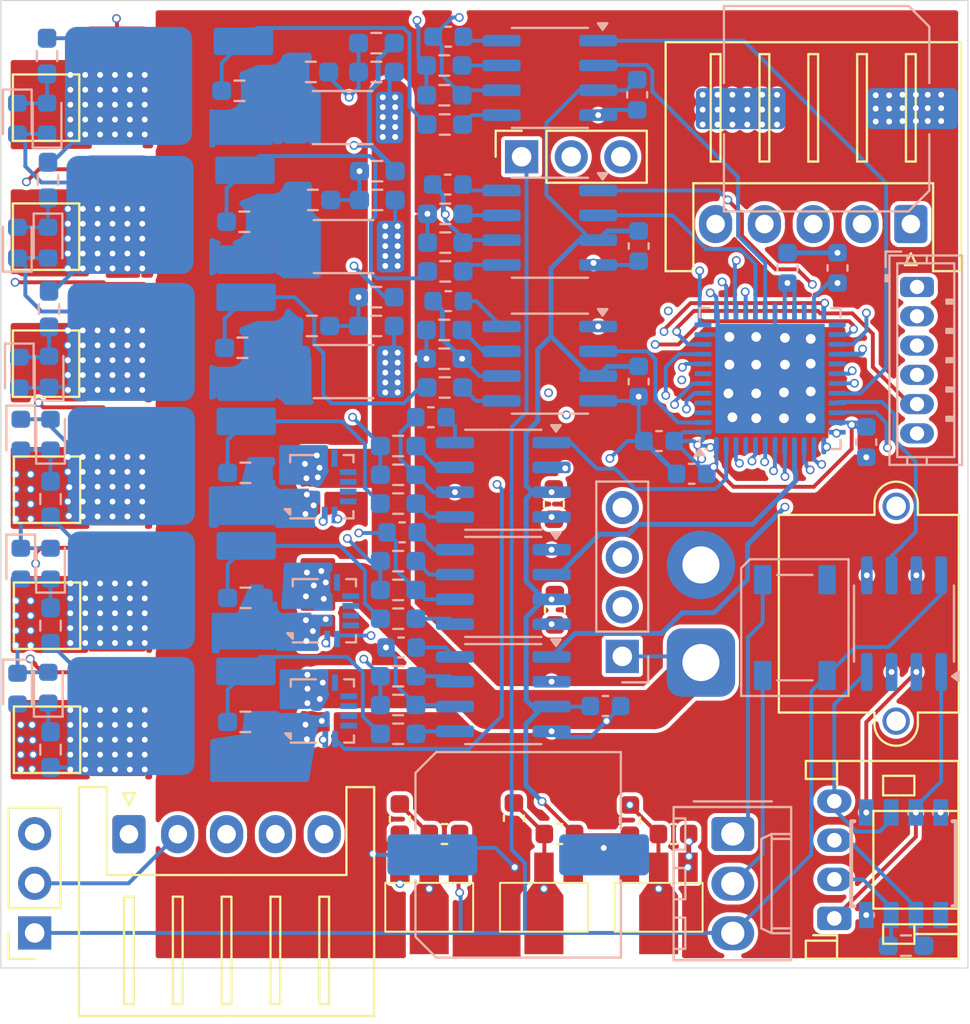
<source format=kicad_pcb>
(kicad_pcb (version 20241229) (generator "pcbnew") (generator_version "9.0")
  (layers (0 "F.Cu" signal) (4 "In1.Cu" signal) (6 "In2.Cu" signal) (2 "B.Cu" signal) (13 "F.Paste" user) (15 "B.Paste" user) (5 "F.SilkS" user "F.Silkscreen") (7 "B.SilkS" user "B.Silkscreen") (1 "F.Mask" user) (3 "B.Mask" user) (25 "Edge.Cuts" user))
  (net 0 "")
  (net 1 "+5V")
  (net 2 "/halfHbridge5/GND_mech")
  (net 3 "Net-(U1-VB)")
  (net 4 "/halfHbridge5/out1")
  (net 5 "/halfHbridge4/GND_mech")
  (net 6 "/halfHbridge6/out1")
  (net 7 "Net-(U2-VB)")
  (net 8 "/halfHbridge7/out1")
  (net 9 "Net-(U3-VB)")
  (net 10 "Net-(U5-VB)")
  (net 11 "/halfHbridge4/out1")
  (net 12 "Net-(U4-VB)")
  (net 13 "/halfHbridge8/out1")
  (net 14 "Net-(U6-VB)")
  (net 15 "/halfHbridge9/out1")
  (net 16 "VCC")
  (net 17 "VREF")
  (net 18 "Net-(D1-A)")
  (net 19 "Net-(D2-A)")
  (net 20 "Net-(D4-A)")
  (net 21 "Net-(D6-A)")
  (net 22 "Net-(D14-DOUT)")
  (net 23 "TIM4_CH1")
  (net 24 "TIM3_CH2")
  (net 25 "TIM3_ETR")
  (net 26 "Net-(J1-Pin_2)")
  (net 27 "TIM3_CH1")
  (net 28 "Net-(J2-Pin_2)")
  (net 29 "TIM2_ETR")
  (net 30 "TIM2_CH1")
  (net 31 "TIM2_CH2")
  (net 32 "DIO")
  (net 33 "CLK")
  (net 34 "I2C_SDA")
  (net 35 "I2C_SCL")
  (net 36 "Net-(Q1-G)")
  (net 37 "Net-(Q2-G)")
  (net 38 "Net-(Q3-G)")
  (net 39 "Net-(Q4-G)")
  (net 40 "Net-(Q5-G)")
  (net 41 "Net-(Q6-G)")
  (net 42 "Net-(Q7-G)")
  (net 43 "Net-(Q8-G)")
  (net 44 "Net-(Q9-G)")
  (net 45 "Net-(Q10-G)")
  (net 46 "Net-(Q11-G)")
  (net 47 "Net-(Q12-G)")
  (net 48 "Net-(U1-HO)")
  (net 49 "Net-(U1-LO)")
  (net 50 "Net-(U2-HO)")
  (net 51 "Net-(U2-LO)")
  (net 52 "Net-(U3-HO)")
  (net 53 "Net-(U3-LO)")
  (net 54 "Net-(U5-HO)")
  (net 55 "Net-(U5-LO)")
  (net 56 "Net-(U4-HO)")
  (net 57 "Net-(U4-LO)")
  (net 58 "Net-(U6-HO)")
  (net 59 "Net-(U6-LO)")
  (net 60 "CAN_L")
  (net 61 "CAN_H")
  (net 62 "TIM1_CH1")
  (net 63 "TIM1_CH1N")
  (net 64 "TIM8_CH2")
  (net 65 "TIM8_CH2N")
  (net 66 "TIM1_CH2")
  (net 67 "TIM1_CH2N")
  (net 68 "TIM8_CH3")
  (net 69 "TIM8_CH3N")
  (net 70 "TIM8_CH1N")
  (net 71 "TIM8_CH1")
  (net 72 "TIM1_CH3")
  (net 73 "TIM1_CH3N")
  (net 78 "+12V")
  (net 81 "CAN_RX")
  (net 82 "CAN_TX")
  (net 87 "/halfHbridge7/GND_mech")
  (net 88 "RX")
  (net 89 "/halfHbridge6/GND_mech")
  (net 90 "TX")
  (net 91 "Net-(J17-Pin_4)")
  (net 92 "Net-(J17-Pin_1)")
  (net 93 "Net-(U10-RX)")
  (net 94 "Net-(U10-TX)")
  (net 95 "/halfHbridge8/GND_mech")
  (net 96 "/halfHbridge9/GND_mech")
  (net 97 "OPAMP1_VINM0")
  (net 98 "OPAMP1_VINP")
  (net 99 "Net-(D10-K)")
  (net 100 "Net-(D11-A)")
  (net 101 "ADC2_IN10")
  (net 104 "ADC2_IN15")
  (net 110 "ADC2_IN14")
  (net 117 "OPAMP3_VINP")
  (net 118 "OPAMP2_VINP")
  (footprint "Capacitor_SMD:C_0603_1608Metric" (layer "F.Cu") (at 200.4568 84.5312 -90)
    (property "Reference" "C10" (hide yes))
    (property "Value" "1u" (hide yes))
  )
  (footprint "Capacitor_SMD:C_0603_1608Metric" (layer "F.Cu") (at 206.536 96.012 180)
    (property "Reference" "C30" (hide yes))
    (property "Value" "min0.33u" (hide yes))
  )
  (footprint "jisaku:SOT-89-3" (layer "F.Cu") (at 199.898 96.9627)
    (property "Reference" "NJM78L12SU3" (hide yes))
    (property "Value" "~" (hide yes))
  )
  (footprint "Capacitor_SMD:C_0603_1608Metric" (layer "F.Cu") (at 192.5152 95.25 90)
    (property "Reference" "C29" (hide yes))
    (property "Value" "0.1u" (hide yes))
  )
  (footprint "jisaku:RD3L07BBG" (layer "F.Cu") (at 180.4079 64.287 -90)
    (property "Reference" "Q5" (hide yes))
    (property "Value" "~" (hide yes))
  )
  (footprint "Capacitor_SMD:C_0603_1608Metric" (layer "F.Cu") (at 194.8012 96.012 180)
    (property "Reference" "C26" (hide yes))
    (property "Value" "min0.33u" (hide yes))
  )
  (footprint "Connector_JST:JST_XH_S5B-XH-A_1x05_P2.50mm_Horizontal" (layer "F.Cu") (at 178.642 96.0214)
    (property "Reference" "J2" (hide yes))
    (property "Value" "Conn_01x05_Pin" (hide yes))
  )
  (footprint "Connector_JST:JST_XH_S5B-XH-A_1x05_P2.50mm_Horizontal" (layer "F.Cu") (at 218.6902 64.786 180)
    (property "Reference" "J1" (hide yes))
    (property "Value" "Conn_01x05_Pin" (hide yes))
  )
  (footprint "Capacitor_SMD:C_0603_1608Metric" (layer "F.Cu") (at 200.406 79.121 -90)
    (property "Reference" "C5" (hide yes))
    (property "Value" "1u" (hide yes))
  )
  (footprint "TestPoint:TestPoint_Pad_3.0x3.0mm" (layer "F.Cu") (at 174.3964 71.9328)
    (property "Reference" "J10" (hide yes))
    (property "Value" "Conn_01x01_Pin" (hide yes))
  )
  (footprint "Connector_AMASS:AMASS_XT30PW-M_1x02_P2.50mm_Horizontal" (layer "F.Cu") (at 207.939 87.2344 -90)
    (property "Reference" "J9" (hide yes))
    (property "Value" "Conn_01x02_Pin" (hide yes))
  )
  (footprint "TestPoint:TestPoint_Pad_3.0x3.0mm" (layer "F.Cu") (at 174.4472 91.186)
    (property "Reference" "J16" (hide yes))
    (property "Value" "Conn_01x01_Pin" (hide yes))
  )
  (footprint "jisaku:RD3L07BBG" (layer "F.Cu") (at 180.4587 90.0426 -90)
    (property "Reference" "Q9" (hide yes))
    (property "Value" "~" (hide yes))
  )
  (footprint "Connector_PinSocket_2.54mm:PinSocket_1x03_P2.54mm_Vertical" (layer "F.Cu") (at 173.8126 101.077 180)
    (property "Reference" "J4" (hide yes))
    (property "Value" "Conn_01x03_Pin" (hide yes))
  )
  (footprint "jisaku:SOT-89-3" (layer "F.Cu") (at 205.774 96.9627)
    (property "Reference" "NJM78L33SU2" (hide yes))
    (property "Value" "~" (hide yes))
  )
  (footprint "jisaku:RD3L07BBG" (layer "F.Cu") (at 180.4416 77.216 -90)
    (property "Reference" "Q3" (hide yes))
    (property "Value" "~" (hide yes))
  )
  (footprint "Capacitor_SMD:C_0603_1608Metric" (layer "F.Cu") (at 198.3572 95.1992 90)
    (property "Reference" "C27" (hide yes))
    (property "Value" "0.1u" (hide yes))
  )
  (footprint "jisaku:RD3L07BBG" (layer "F.Cu") (at 180.4079 70.764 -90)
    (property "Reference" "Q1" (hide yes))
    (property "Value" "~" (hide yes))
  )
  (footprint "jisaku:RD3L07BBG" (layer "F.Cu") (at 180.4416 83.6676 -90)
    (property "Reference" "Q7" (hide yes))
    (property "Value" "~" (hide yes))
  )
  (footprint "jisaku:RD3L07BBG" (layer "F.Cu") (at 180.4079 57.683 -90)
    (property "Reference" "Q11" (hide yes))
    (property "Value" "~" (hide yes))
  )
  (footprint "jisaku:SOT-89-3" (layer "F.Cu") (at 194.022 96.9627)
    (property "Reference" "NJM78L00SU1" (hide yes))
    (property "Value" "~" (hide yes))
  )
  (footprint "Capacitor_SMD:C_0603_1608Metric" (layer "F.Cu") (at 200.694 96.012 180)
    (property "Reference" "C25" (hide yes))
    (property "Value" "0.1u" (hide yes))
  )
  (footprint "Connector_JST:JST_PH_S4B-PH-K_1x04_P2.00mm_Horizontal" (layer "F.Cu") (at 214.7708 100.3328 90)
    (property "Reference" "J17" (hide yes))
    (property "Value" "Conn_01x04_Pin" (hide yes))
  )
  (footprint "TestPoint:TestPoint_Pad_3.0x3.0mm" (layer "F.Cu") (at 174.4472 78.3844)
    (property "Reference" "J14" (hide yes))
    (property "Value" "Conn_01x01_Pin" (hide yes))
  )
  (footprint "TestPoint:TestPoint_Pad_3.0x3.0mm" (layer "F.Cu") (at 174.4472 84.836)
    (property "Reference" "J15" (hide yes))
    (property "Value" "Conn_01x01_Pin" (hide yes))
  )
  (footprint "Connector_PinSocket_2.54mm:PinSocket_1x03_P2.54mm_Vertical" (layer "F.Cu") (at 198.755 61.341 90)
    (property "Reference" "J3" (hide yes))
    (property "Value" "Conn_01x03_Pin" (hide yes))
  )
  (footprint "TestPoint:TestPoint_Pad_3.0x3.0mm" (layer "F.Cu") (at 174.3964 58.8264)
    (property "Reference" "J12" (hide yes))
    (property "Value" "Conn_01x01_Pin" (hide yes))
  )
  (footprint "Capacitor_SMD:C_0603_1608Metric" (layer "F.Cu") (at 204.3008 95.3008 90)
    (property "Reference" "C28" (hide yes))
    (property "Value" "min0.33u" (hide yes))
  )
  (footprint "TestPoint:TestPoint_Pad_3.0x3.0mm" (layer "F.Cu") (at 174.3964 65.4304)
    (property "Reference" "J11" (hide yes))
    (property "Value" "Conn_01x01_Pin" (hide yes))
  )
  (footprint "LED_SMD:LED_0603_1608Metric" (layer "B.Cu") (at 174.5102 88.519 90)
    (property "Reference" "D10" (hide yes))
    (property "Value" "LED" (hide yes))
  )
  (footprint "Resistor_SMD:R_0603_1608Metric_Pad0.98x0.95mm_HandSolder" (layer "B.Cu") (at 194.8434 67.2084 180)
    (property "Reference" "R14" (hide yes))
    (property "Value" "10" (hide yes))
  )
  (footprint "Capacitor_SMD:C_0603_1608Metric" (layer "B.Cu") (at 192.5828 86.4616 180)
    (property "Reference" "C18" (hide yes))
    (property "Value" "1u" (hide yes))
  )
  (footprint "Resistor_SMD:R_0603_1608Metric_Pad0.98x0.95mm_HandSolder" (layer "B.Cu") (at 184.6072 77.5208 180)
    (property "Reference" "R9" (hide yes))
    (property "Value" "10k" (hide yes))
  )
  (footprint "Resistor_SMD:R_0603_1608Metric_Pad0.98x0.95mm_HandSolder" (layer "B.Cu") (at 184.4548 71.12 180)
    (property "Reference" "R3" (hide yes))
    (property "Value" "10k" (hide yes))
  )
  (footprint "jisaku:RD3L07BBG" (layer "B.Cu") (at 182.1263 57.7338 -90)
    (property "Reference" "Q12" (hide yes))
    (property "Value" "~" (hide yes))
  )
  (footprint "Resistor_SMD:R_0603_1608Metric_Pad0.98x0.95mm_HandSolder" (layer "B.Cu") (at 192.4304 90.8812 180)
    (property "Reference" "R26" (hide yes))
    (property "Value" "10" (hide yes))
  )
  (footprint "Resistor_SMD:R_0603_1608Metric_Pad0.98x0.95mm_HandSolder" (layer "B.Cu") (at 191.3636 63.5508)
    (property "Reference" "R50" (hide yes))
    (property "Value" "R" (hide yes))
  )
  (footprint "Resistor_SMD:R_0603_1608Metric_Pad0.98x0.95mm_HandSolder" (layer "B.Cu") (at 192.4304 77.6224)
    (property "Reference" "R10" (hide yes))
    (property "Value" "10k" (hide yes))
  )
  (footprint "Capacitor_SMD:C_0603_1608Metric" (layer "B.Cu") (at 212.3694 67.0306 90)
    (property "Reference" "C38" (hide yes))
    (property "Value" "1u" (hide yes))
  )
  (footprint "Resistor_SMD:R_0603_1608Metric_Pad0.98x0.95mm_HandSolder" (layer "B.Cu") (at 194.8434 65.7352)
    (property "Reference" "R19" (hide yes))
    (property "Value" "10k" (hide yes))
  )
  (footprint "Package_SO:SOIC-8_3.9x4.9mm_P1.27mm" (layer "B.Cu") (at 200.2028 71.9328 180)
    (property "Reference" "U1" (hide yes))
    (property "Value" "L6389EDTR" (hide yes))
  )
  (footprint "Resistor_SMD:R_0603_1608Metric_Pad0.98x0.95mm_HandSolder" (layer "B.Cu") (at 184.3024 57.9628 180)
    (property "Reference" "R33" (hide yes))
    (property "Value" "10k" (hide yes))
  )
  (footprint "Capacitor_SMD:C_0603_1608Metric" (layer "B.Cu") (at 205.7908 75.8952 180)
    (property "Reference" "C33" (hide yes))
    (property "Value" "1u" (hide yes))
  )
  (footprint "Resistor_SMD:R_0603_1608Metric_Pad0.98x0.95mm_HandSolder" (layer "B.Cu") (at 187.96 56.9976)
    (property "Reference" "R47" (hide yes))
    (property "Value" "22" (hide yes))
  )
  (footprint "LED_SMD:LED_0603_1608Metric" (layer "B.Cu") (at 172.9232 59.3852 -90)
    (property "Reference" "D5" (hide yes))
    (property "Value" "LED" (hide yes))
  )
  (footprint "Resistor_SMD:R_0603_1608Metric_Pad0.98x0.95mm_HandSolder" (layer "B.Cu") (at 174.625 85.344 -90)
    (property "Reference" "R42" (hide yes))
    (property "Value" "R" (hide yes))
  )
  (footprint "Connector_JST:JST_ZH_B6B-ZR_1x06_P1.50mm_Vertical" (layer "B.Cu") (at 219.006 68.005 -90)
    (property "Reference" "J6" (hide yes))
    (property "Value" "Conn_01x06_Pin" (hide yes))
  )
  (footprint "LED_SMD:LED_0603_1608Metric" (layer "B.Cu") (at 172.9354 88.5698 -90)
    (property "Reference" "D9" (hide yes))
    (property "Value" "LED" (hide yes))
  )
  (footprint "Capacitor_SMD:C_0603_1608Metric" (layer "B.Cu") (at 216.408 75.946 -90)
    (property "Reference" "C35" (hide yes))
    (property "Value" "1u" (hide yes))
  )
  (footprint "Resistor_SMD:R_0603_1608Metric_Pad0.98x0.95mm_HandSolder" (layer "B.Cu") (at 191.3128 55.5244 180)
    (property "Reference" "R48" (hide yes))
    (property "Value" "R" (hide yes))
  )
  (footprint "Resistor_SMD:R_0603_1608Metric_Pad0.98x0.95mm_HandSolder" (layer "B.Cu") (at 191.3636 62.0776 180)
    (property "Reference" "R49" (hide yes))
    (property "Value" "R" (hide yes))
  )
  (footprint "Resistor_SMD:R_0603_1608Metric_Pad0.98x0.95mm_HandSolder" (layer "B.Cu") (at 184.6072 83.9216 180)
    (property "Reference" "R18" (hide yes))
    (property "Value" "10k" (hide yes))
  )
  (footprint "Resistor_SMD:R_0603_1608Metric_Pad0.98x0.95mm_HandSolder" (layer "B.Cu") (at 191.3128 56.9976)
    (property "Reference" "R53" (hide yes))
    (property "Value" "R" (hide yes))
  )
  (footprint "LED_SMD:LED_0603_1608Metric" (layer "B.Cu") (at 174.5488 72.3392 90)
    (property "Reference" "D2" (hide yes))
    (property "Value" "LED" (hide yes))
  )
  (footprint "LED_SMD:LED_0603_1608Metric" (layer "B.Cu") (at 174.498 65.7352 -90)
    (property "Reference" "D7" (hide yes))
    (property "Value" "LED" (hide yes))
  )
  (footprint "Sensor_Current:Allegro_QFN-12-10-1EP_3x3mm_P0.5mm" (layer "B.Cu") (at 188.5696 84.582)
    (property "Reference" "U9" (hide yes))
    (property "Value" "ACS711xEXLT-15AB" (hide yes))
  )
  (footprint "Resistor_SMD:R_0603_1608Metric_Pad0.98x0.95mm_HandSolder" (layer "B.Cu") (at 192.4304 82.042 180)
    (property "Reference" "R15" (hide yes))
    (property "Value" "10" (hide yes))
  )
  (footprint "Resistor_SMD:R_0603_1608Metric_Pad0.98x0.95mm_HandSolder" (layer "B.Cu") (at 218.44 101.727 180)
    (property "Reference" "R43" (hide yes))
    (property "Value" "R" (hide yes))
  )
  (footprint "Package_SO:SOIC-8_3.9x4.9mm_P1.27mm" (layer "B.Cu") (at 200.2028 57.3024 180)
    (property "Reference" "U6" (hide yes))
    (property "Value" "L6389EDTR" (hide yes))
  )
  (footprint "Resistor_SMD:R_0603_1608Metric_Pad0.98x0.95mm_HandSolder" (layer "B.Cu") (at 174.4472 56.1848 90)
    (property "Reference" "R38" (hide yes))
    (property "Value" "R" (hide yes))
  )
  (footprint "Resistor_SMD:R_0603_1608Metric_Pad0.98x0.95mm_HandSolder" (layer "B.Cu") (at 192.4304 79.0956 180)
    (property "Reference" "R8" (hide yes))
    (property "Value" "10" (hide yes))
  )
  (footprint "LED_SMD:LED_WS2812B_PLCC4_5.0x5.0mm_P3.2mm" (layer "B.Cu") (at 212.7504 85.4456 90)
    (property "Reference" "D14" (hide yes))
    (property "Value" "WS2812B" (hide yes))
  )
  (footprint "Resistor_SMD:R_0603_1608Metric_Pad0.98x0.95mm_HandSolder" (layer "B.Cu") (at 184.5564 64.6684 180)
    (property "Reference" "R17" (hide yes))
    (property "Value" "10k" (hide yes))
  )
  (footprint "Package_DFN_QFN:QFN-48-1EP_7x7mm_P0.5mm_EP5.6x5.6mm" (layer "B.Cu") (at 211.4804 72.6948)
    (property "Reference" "U19" (hide yes))
    (property "Value" "STM32G431CBUx" (hide yes))
  )
  (footprint "Resistor_SMD:R_0603_1608Metric_Pad0.98x0.95mm_HandSolder" (layer "B.Cu") (at 194.818 59.69 180)
    (property "Reference" "R32" (hide yes))
    (property "Value" "10" (hide yes))
  )
  (footprint "Capacitor_SMD:C_0603_1608Metric" (layer "B.Cu") (at 204.7494 65.913 -90)
    (property "Reference" "C9" (hide yes))
    (property "Value" "1u" (hide yes))
  )
  (footprint "Resistor_SMD:R_0603_1608Metric_Pad0.98x0.95mm_HandSolder" (layer "B.Cu") (at 194.7926 71.6788)
    (property "Reference" "R4" (hide yes))
    (property "Value" "10k" (hide yes))
  )
  (footprint "Sensor_Current:Allegro_QFN-12-10-1EP_3x3mm_P0.5mm" (layer "B.Cu") (at 188.468 89.7128)
    (property "Reference" "U8" (hide yes))
    (property "Value" "ACS711xEXLT-15AB" (hide yes))
  )
  (footprint "Package_SO:SOIC-8_3.9x4.9mm_P1.27mm" (layer "B.Cu") (at 197.8152 88.8492 180)
    (property "Reference" "U5" (hide yes))
    (property "Value" "L6389EDTR" (hide yes))
  )
  (footprint "Capacitor_SMD:C_0603_1608Metric" (layer "B.Cu") (at 194.1068 74.676 180)
    (property "Reference" "C6" (hide yes))
    (property "Value" "1u" (hide yes))
  )
  (footprint "Resistor_SMD:R_0603_1608Metric_Pad0.98x0.95mm_HandSolder" (layer "B.Cu") (at 174.625 78.867 -90)
    (property "Reference" "R40" (hide yes))
    (property "Value" "R" (hide yes))
  )
  (footprint "Resistor_SMD:R_0603_1608Metric_Pad0.98x0.95mm_HandSolder" (layer "B.Cu") (at 191.3128 68.5292 180)
    (property "Reference" "R54" (hide yes))
    (property "Value" "R" (hide yes))
  )
  (footprint "Resistor_SMD:R_0603_1608Metric_Pad0.98x0.95mm_HandSolder" (layer "B.Cu") (at 191.3128 70.0024)
    (property "Reference" "R55" (hide yes))
    (property "Value" "R" (hide yes))
  )
  (footprint "Resistor_SMD:R_0603_1608Metric_Pad0.98x0.95mm_HandSolder" (layer "B.Cu") (at 192.4304 83.5152)
    (property "Reference" "R20" (hide yes))
    (property "Value" "10k" (hide yes))
  )
  (footprint "Resistor_SMD:R_0603_1608Metric_Pad0.98x0.95mm_HandSolder" (layer "B.Cu") (at 184.6072 90.2716 180)
    (property "Reference" "R27" (hide yes))
    (property "Value" "10k" (hide yes))
  )
  (footprint "Resistor_SMD:R_0603_1608Metric_Pad0.98x0.95mm_HandSolder" (layer "B.Cu") (at 174.5488 69.1388 90)
    (property "Reference" "R37" (hide yes))
    (property "Value" "R" (hide yes))
  )
  (footprint "Package_SO:SOIC-8_3.9x4.9mm_P1.27mm" (layer "B.Cu") (at 200.2028 64.9732 180)
    (property "Reference" "U3" (hide yes))
    (property "Value" "L6389EDTR" (hide yes))
  )
  (footprint "jisaku:RD3L07BBG" (layer "B.Cu") (at 182.2704 77.1902 -90)
    (property "Reference" "Q4" (hide yes))
    (property "Value" "~" (hide yes))
  )
  (footprint "Capacitor_SMD:C_0603_1608Metric" (layer "B.Cu") (at 207.4672 77.5716 180)
    (property "Reference" "C37" (hide yes))
    (property "Value" "1u" (hide yes))
  )
  (footprint "Resistor_SMD:R_0603_1608Metric_Pad0.98x0.95mm_HandSolder" (layer "B.Cu") (at 188.0616 63.5508)
    (property "Reference" "R46" (hide yes))
    (property "Value" "22" (hide yes))
  )
  (footprint "Resistor_SMD:R_2010_5025Metric_Pad1.40x2.65mm_HandSolder" (layer "B.Cu") (at 189.6364 72.3392)
    (property "Reference" "R51" (hide yes))
    (property "Value" "5m" (hide yes))
  )
  (footprint "Capacitor_SMD:C_0603_1608Metric" (layer "B.Cu") (at 204.6732 58.166 -90)
    (property "Reference" "C21" (hide yes))
    (property "Value" "1u" (hide yes))
  )
  (footprint "jisaku:RD3L07BBG" (layer "B.Cu") (at 182.2533 89.9918 -90)
    (property "Reference" "Q10" (hide yes))
    (property "Value" "~" (hide yes))
  )
  (footprint "LED_SMD:LED_0603_1608Metric" (layer "B.Cu") (at 173.101 82.169 -90)
    (property "Reference" "D11" (hide yes))
    (property "Value" "LED" (hide yes))
  )
  (footprint "Capacitor_SMD:C_0603_1608Metric" (layer "B.Cu") (at 192.6336 80.5688 180)
    (property "Reference" "C12" (hide yes))
    (property "Value" "1u" (hide yes))
  )
  (footprint "Resistor_SMD:R_0603_1608Metric_Pad0.98x0.95mm_HandSolder" (layer "B.Cu") (at 174.625 91.694 -90)
    (property "Reference" "R41" (hide yes))
    (property "Value" "R" (hide yes))
  )
  (footprint "Resistor_SMD:R_0603_1608Metric_Pad0.98x0.95mm_HandSolder" (layer "B.Cu") (at 192.4304 87.9348 180)
    (property "Reference" "R25" (hide yes))
    (property "Value" "10" (hide yes))
  )
  (footprint "Package_SO:SOIC-8_3.9x4.9mm_P1.27mm" (layer "B.Cu") (at 197.8152 77.8764 180)
    (property "Reference" "U2" (hide yes))
    (property "Value" "L6389EDTR" (hide yes))
  )
  (footprint "Resistor_SMD:R_0603_1608Metric_Pad0.98x0.95mm_HandSolder" (layer "B.Cu") (at 194.7926 56.6674 180)
    (property "Reference" "R31" (hide yes))
    (property "Value" "10" (hide yes))
  )
  (footprint "jisaku:RD3L07BBG" (layer "B.Cu") (at 182.2704 83.566 -90)
    (property "Reference" "Q8" (hide yes))
    (property "Value" "~" (hide yes))
  )
  (footprint "LED_SMD:LED_0603_1608Metric" (layer "B.Cu") (at 173.101 75.565 -90)
    (property "Reference" "D1" (hide yes))
    (property "Value" "LED" (hide yes))
  )
  (footprint "LED_SMD:LED_0603_1608Metric" (layer "B.Cu") (at 172.9232 65.7352 90)
    (property "Reference" "D6" (hide yes))
    (property "Value" "LED" (hide yes))
  )
  (footprint "Capacitor_SMD:C_Elec_10x10.2" (layer "B.Cu") (at 214.376 58.8772 180)
    (property "Reference" "C31" (hide yes))
    (property "Value" "C" (hide yes))
  )
  (footprint "jisaku:SOP-J8" (layer "B.Cu") (at 218.313 97.536 -90)
    (property "Reference" "U10" (hide yes))
    (property "Value" "BD4104" (hide yes))
  )
  (footprint "Capacitor_SMD:C_0603_1608Metric" (layer "B.Cu") (at 204.7494 72.8472 -90)
    (property "Reference" "C1" (hide yes))
    (property "Value" "1u" (hide yes))
  )
  (footprint "LED_SMD:LED_0603_1608Metric" (layer "B.Cu") (at 173.0248 72.39 -90)
    (property "Reference" "D3" (hide yes))
    (property "Value" "LED" (hide yes))
  )
  (footprint "Sensor_Current:Allegro_QFN-12-10-1EP_3x3mm_P0.5mm" (layer "B.Cu") (at 188.440002 78.232)
    (property "Reference" "U12" (hide yes))
    (property "Value" "ACS711xEXLT-15AB" (hide yes))
  )
  (footprint "Capacitor_SMD:C_0603_1608Metric" (layer "B.Cu") (at 194.9704 62.7634 180)
    (property "Reference" "C11" (hide yes))
    (property "Value" "1u" (hide yes))
  )
  (footprint "Package_SO:SOIC-8_3.9x4.9mm_P1.27mm" (layer "B.Cu") (at 197.8152 83.3628 180)
    (property "Reference" "U4" (hide yes))
    (property "Value" "L6389EDTR" (hide yes))
  )
  (footprint "Resistor_SMD:R_0603_1608Metric_Pad0.98x0.95mm_HandSolder" (layer "B.Cu") (at 194.8434 64.262 180)
    (property "Reference" "R13" (hide yes))
    (property "Value" "10" (hide yes))
  )
  (footprint "Capacitor_SMD:C_0603_1608Metric" (layer "B.Cu") (at 194.9958 68.7324 180)
    (property "Reference" "C2" (hide yes))
    (property "Value" "1u" (hide yes))
  )
  (footprint "LED_SMD:LED_0603_1608Metric" (layer "B.Cu") (at 174.625 75.565 90)
    (property "Reference" "D8" (hide yes))
    (property "Value" "LED" (hide yes))
  )
  (footprint "Capacitor_SMD:C_0603_1608Metric" (layer "B.Cu") (at 214.9348 67.0306 90)
    (property "Reference" "C36" (hide yes))
    (property "Value" "1u" (hide yes))
  )
  (footprint "Resistor_SMD:R_0603_1608Metric_Pad0.98x0.95mm_HandSolder" (layer "B.Cu") (at 194.818 73.152 180)
    (property "Reference" "R2" (hide yes))
    (property "Value" "10" (hide yes))
  )
  (footprint "Resistor_SMD:R_0603_1608Metric_Pad0.98x0.95mm_HandSolder" (layer "B.Cu") (at 194.7926 70.2056 180)
    (property "Reference" "R1" (hide yes))
    (property "Value" "10" (hide yes))
  )
  (footprint "Capacitor_SMD:C_Elec_10x10.2" (layer "B.Cu") (at 198.5772 97.0788)
    (property "Reference" "C32" (hide yes))
    (property "Value" "C" (hide yes))
  )
  (footprint "Resistor_SMD:R_0603_1608Metric_Pad0.98x0.95mm_HandSolder" (layer "B.Cu") (at 174.498 62.5348 90)
    (property "Reference" "R39" (hide yes))
    (property "Value" "R" (hide yes))
  )
  (footprint "Connector_Molex:Molex_KK-254_AE-6410-03A_1x03_P2.54mm_Vertical" (layer "B.Cu") (at 209.57 96.012 -90)
    (property "Reference" "J13" (hide yes))
    (property "Value" "Conn_01x03_Pin" (hide yes))
  )
  (footprint "Resistor_SMD:R_0603_1608Metric_Pad0.98x0.95mm_HandSolder" (layer "B.Cu") (at 188.0108 70.0024)
    (property "Reference" "R52" (hide yes))
    (property "Value" "22" (hide yes))
  )
  (footprint "Resistor_SMD:R_2010_5025Metric_Pad1.40x2.65mm_HandSolder" (layer "B.Cu") (at 189.6364 65.9384)
    (property "Reference" "R45" (hide yes))
    (property "Value" "5m" (hide yes))
  )
  (footprint "Capacitor_SMD:C_0603_1608Metric" (layer "B.Cu") (at 203.0476 89.4588)
    (property "Reference" "C17" (hide yes))
    (property "Value" "1u" (hide yes))
  )
  (footprint "Connector_PinSocket_2.54mm:PinSocket_1x04_P2.54mm_Vertical" (layer "B.Cu") (at 203.9112 86.9188)
    (property "Reference" "J8" (hide yes))
    (property "Value" "Conn_01x04_Pin" (hide yes))
  )
  (footprint "Resistor_SMD:R_0603_1608Metric_Pad0.98x0.95mm_HandSolder" (layer "B.Cu") (at 192.4304 84.9884 180)
    (property "Reference" "R16" (hide yes))
    (property "Value" "10" (hide yes))
  )
  (footprint "Resistor_SMD:R_2010_5025Metric_Pad1.40x2.65mm_HandSolder" (layer "B.Cu") (at 189.5856 59.3344)
    (property "Reference" "R44" (hide yes))
    (property "Value" "5m" (hide yes))
  )
  (footprint "jisaku:RD3L07BBG" (layer "B.Cu") (at 182.2616 70.8398 -90)
    (property "Reference" "Q2" (hide yes))
    (property "Value" "~" (hide yes))
  )
  (footprint "Capacitor_SMD:C_0603_1608Metric" (layer "B.Cu") (at 194.9958 55.1942 180)
    (property "Reference" "C22" (hide yes))
    (property "Value" "1u" (hide yes))
  )
  (footprint "jisaku:RD3L07BBG" (layer "B.Cu") (at 182.2025 64.3378 -90)
    (property "Reference" "Q6" (hide yes))
    (property "Value" "~" (hide yes))
  )
  (footprint "Resistor_SMD:R_0603_1608Metric_Pad0.98x0.95mm_HandSolder" (layer "B.Cu") (at 194.7926 58.1914)
    (property "Reference" "R34" (hide yes))
    (property "Value" "10k" (hide yes))
  )
  (footprint "Resistor_SMD:R_0603_1608Metric_Pad0.98x0.95mm_HandSolder" (layer "B.Cu") (at 192.4304 76.1492 180)
    (property "Reference" "R7" (hide yes))
    (property "Value" "10" (hide yes))
  )
  (footprint "LED_SMD:LED_0603_1608Metric" (layer "B.Cu") (at 174.625 82.169 90)
    (property "Reference" "D12" (hide yes))
    (property "Value" "LED" (hide yes))
  )
  (footprint "Package_SO:SOIC-8_3.9x4.9mm_P1.27mm" (layer "B.Cu") (at 218.3384 85.2424 90)
    (property "Reference" "U11" (hide yes))
    (property "Value" "ADuM1201AR" (hide yes))
  )
  (footprint "LED_SMD:LED_0603_1608Metric" (layer "B.Cu") (at 174.4472 59.3852 90)
    (property "Reference" "D4" (hide yes))
    (property "Value" "LED" (hide yes))
  )
  (footprint "Resistor_SMD:R_0603_1608Metric_Pad0.98x0.95mm_HandSolder" (layer "B.Cu") (at 192.4304 89.408)
    (property "Reference" "R28" (hide yes))
    (property "Value" "10k" (hide yes))
  )
  (gr_rect (start 172.085 53.34) (end 221.615 102.87) (stroke (width 0.05)) (fill no) (layer "Edge.Cuts"))
  (segment (start 195.522 97.7127) (end 195.522 98.9512) (width 0.2) (layer "F.Cu") (net 1))
  (segment (start 195.5762 97.6585) (end 195.522 97.7127) (width 0.2) (layer "F.Cu") (net 1))
  (segment (start 195.522 98.9512) (end 195.58 99.0092) (width 0.2) (layer "F.Cu") (net 1))
  (segment (start 195.5762 96.012) (end 195.5762 97.6585) (width 0.2) (layer "F.Cu") (net 1))
  (via (at 195.58 99.0092) (size 0.45) (drill 0.3) (layers "F.Cu" "B.Cu") (net 1))
  (segment (start 213.5948 88.7012) (end 213.5948 97.0672) (width 0.2) (layer "B.Cu") (net 1))
  (segment (start 195.6308 101.077) (end 195.6308 99.06) (width 0.2) (layer "B.Cu") (net 1))
  (segment (start 209.57 101.092) (end 209.555 101.077) (width 0.2) (layer "B.Cu") (net 1))
  (segment (start 198.882 101.077) (end 195.6308 101.077) (width 0.2) (layer "B.Cu") (net 1))
  (segment (start 217.544399 86.4414) (end 215.8546 86.4414) (width 0.2) (layer "B.Cu") (net 1))
  (segment (start 198.924 101.035) (end 198.924 97.494823) (width 0.2) (layer "B.Cu") (net 1))
  (segment (start 209.555 101.077) (end 198.882 101.077) (width 0.2) (layer "B.Cu") (net 1))
  (segment (start 195.6308 99.06) (end 195.58 99.0092) (width 0.2) (layer "B.Cu") (net 1))
  (segment (start 199.0038 61.5898) (end 199.0038 74.422) (width 0.2) (layer "B.Cu") (net 1))
  (segment (start 215.8546 86.4414) (end 214.4004 87.8956) (width 0.2) (layer "B.Cu") (net 1))
  (segment (start 213.5948 97.0672) (end 209.57 101.092) (width 0.2) (layer "B.Cu") (net 1))
  (segment (start 198.924 97.494823) (end 198.247 96.817823) (width 0.2) (layer "B.Cu") (net 1))
  (segment (start 220.2434 82.7674) (end 220.2434 83.742399) (width 0.2) (layer "B.Cu") (net 1))
  (segment (start 220.2434 83.742399) (end 217.544399 86.4414) (width 0.2) (layer "B.Cu") (net 1))
  (segment (start 195.6308 101.077) (end 173.8126 101.077) (width 0.2) (layer "B.Cu") (net 1))
  (segment (start 198.755 61.341) (end 199.0038 61.5898) (width 0.2) (layer "B.Cu") (net 1))
  (segment (start 198.882 101.077) (end 198.924 101.035) (width 0.2) (layer "B.Cu") (net 1))
  (segment (start 199.0038 74.422) (end 198.247 75.1788) (width 0.2) (layer "B.Cu") (net 1))
  (segment (start 214.4004 87.8956) (end 213.5948 88.7012) (width 0.2) (layer "B.Cu") (net 1))
  (segment (start 198.247 96.817823) (end 198.247 75.1788) (width 0.2) (layer "B.Cu") (net 1))
  (segment (start 196.4324 68.7324) (end 195.7708 68.7324) (width 0.2) (layer "B.Cu") (net 3))
  (segment (start 197.7278 70.0278) (end 196.4324 68.7324) (width 0.2) (layer "B.Cu") (net 3))
  (via (at 179.324 72.517) (size 0.45) (drill 0.3) (layers "F.Cu" "B.Cu") (net 4))
  (via (at 177.8 70.993) (size 0.45) (drill 0.3) (layers "F.Cu" "B.Cu") (net 4))
  (via (at 177.038 73.279) (size 0.45) (drill 0.3) (layers "F.Cu" "B.Cu") (net 4))
  (via (at 177.8 70.231) (size 0.45) (drill 0.3) (layers "F.Cu" "B.Cu") (net 4))
  (via (at 178.562 70.231) (size 0.45) (drill 0.3) (layers "F.Cu" "B.Cu") (net 4))
  (via (at 179.324 70.993) (size 0.45) (drill 0.3) (layers "F.Cu" "B.Cu") (net 4))
  (via (at 177.038 72.517) (size 0.45) (drill 0.3) (layers "F.Cu" "B.Cu") (net 4))
  (via (at 178.562 71.755) (size 0.45) (drill 0.3) (layers "F.Cu" "B.Cu") (net 4))
  (via (at 176.276 70.231) (size 0.45) (drill 0.3) (layers "F.Cu" "B.Cu") (net 4))
  (via (at 178.562 72.517) (size 0.45) (drill 0.3) (layers "F.Cu" "B.Cu") (net 4))
  (via (at 177.8 73.279) (size 0.45) (drill 0.3) (layers "F.Cu" "B.Cu") (net 4))
  (via (at 177.8 71.755) (size 0.45) (drill 0.3) (layers "F.Cu" "B.Cu") (net 4))
  (via (at 175.514 70.231) (size 0.45) (drill 0.3) (layers "F.Cu" "B.Cu") (net 4))
  (via (at 176.276 70.993) (size 0.45) (drill 0.3) (layers "F.Cu" "B.Cu") (net 4))
  (via (at 179.324 73.279) (size 0.45) (drill 0.3) (layers "F.Cu" "B.Cu") (net 4))
  (via (at 177.8 72.517) (size 0.45) (drill 0.3) (layers "F.Cu" "B.Cu") (net 4))
  (via (at 176.276 72.517) (size 0.45) (drill 0.3) (layers "F.Cu" "B.Cu") (net 4))
  (via (at 177.038 70.993) (size 0.45) (drill 0.3) (layers "F.Cu" "B.Cu") (net 4))
  (via (at 179.324 70.231) (size 0.45) (drill 0.3) (layers "F.Cu" "B.Cu") (net 4))
  (via (at 175.514 73.279) (size 0.45) (drill 0.3) (layers "F.Cu" "B.Cu") (net 4))
  (via (at 175.514 72.517) (size 0.45) (drill 0.3) (layers "F.Cu" "B.Cu") (net 4))
  (via (at 179.324 71.755) (size 0.45) (drill 0.3) (layers "F.Cu" "B.Cu") (net 4))
  (via (at 177.038 70.231) (size 0.45) (drill 0.3) (layers "F.Cu" "B.Cu") (net 4))
  (via (at 175.514 70.993) (size 0.45) (drill 0.3) (layers "F.Cu" "B.Cu") (net 4))
  (via (at 176.276 73.279) (size 0.45) (drill 0.3) (layers "F.Cu" "B.Cu") (net 4))
  (via (at 178.562 73.279) (size 0.45) (drill 0.3) (layers "F.Cu" "B.Cu") (net 4))
  (via (at 195.7051 71.6788) (size 0.45) (drill 0.3) (layers "F.Cu" "B.Cu") (net 4))
  (via (at 178.562 70.993) (size 0.45) (drill 0.3) (layers "F.Cu" "B.Cu") (net 4))
  (via (at 176.276 71.755) (size 0.45) (drill 0.3) (layers "F.Cu" "B.Cu") (net 4))
  (via (at 175.514 71.755) (size 0.45) (drill 0.3) (layers "F.Cu" "B.Cu") (net 4))
  (via (at 177.038 71.755) (size 0.45) (drill 0.3) (layers "F.Cu" "B.Cu") (net 4))
  (segment (start 172.9232 66.5227) (end 173.336 66.9355) (width 0.2) (layer "B.Cu") (net 4))
  (segment (start 173.336 68.434) (end 174.1648 69.2628) (width 0.2) (layer "B.Cu") (net 4))
  (segment (start 173.0248 73.1775) (end 174.498 73.1775) (width 0.2) (layer "B.Cu") (net 4))
  (segment (start 194.6956 70.6693) (end 195.7051 71.6788) (width 0.254) (layer "B.Cu") (net 4))
  (segment (start 177.2001 69.2628) (end 178.7556 70.8183) (width 0.2) (layer "B.Cu") (net 4))
  (segment (start 194.6956 69.2072) (end 194.6956 70.6693) (width 0.254) (layer "B.Cu") (net 4))
  (segment (start 194.2208 68.7324) (end 194.6956 69.2072) (width 0.254) (layer "B.Cu") (net 4))
  (segment (start 174.1648 69.2628) (end 177.2001 69.2628) (width 0.2) (layer "B.Cu") (net 4))
  (segment (start 176.4472 73.1267) (end 178.7556 70.8183) (width 0.2) (layer "B.Cu") (net 4))
  (segment (start 196.5941 72.5678) (end 195.7051 71.6788) (width 0.2) (layer "B.Cu") (net 4))
  (segment (start 173.336 66.9355) (end 173.336 68.434) (width 0.2) (layer "B.Cu") (net 4))
  (segment (start 174.5488 73.1267) (end 176.4472 73.1267) (width 0.2) (layer "B.Cu") (net 4))
  (segment (start 174.498 73.1775) (end 174.5488 73.1267) (width 0.2) (layer "B.Cu") (net 4))
  (segment (start 172.9232 66.5227) (end 174.498 66.5227) (width 0.2) (layer "B.Cu") (net 4))
  (segment (start 197.7278 72.5678) (end 196.5941 72.5678) (width 0.2) (layer "B.Cu") (net 4))
  (via (at 188.100847 79.18675) (size 0.45) (drill 0.3) (layers "F.Cu" "B.Cu") (net 5))
  (via (at 187.755002 78.632) (size 0.45) (drill 0.3) (layers "F.Cu" "B.Cu") (net 5))
  (via (at 187.6806 79.629) (size 0.45) (drill 0.3) (layers "F.Cu" "B.Cu") (net 5))
  (via (at 172.847 85.598) (size 0.45) (drill 0.3) (layers "F.Cu" "B.Cu") (net 6))
  (via (at 178.689 83.185) (size 0.45) (drill 0.3) (layers "F.Cu" "B.Cu") (net 6))
  (via (at 177.165 83.947) (size 0.45) (drill 0.3) (layers "F.Cu" "B.Cu") (net 6))
  (via (at 173.609 84.074) (size 0.45) (drill 0.3) (layers "F.Cu" "B.Cu") (net 6))
  (via (at 176.403 85.471) (size 0.45) (drill 0.3) (layers "F.Cu" "B.Cu") (net 6))
  (via (at 172.847 86.36) (size 0.45) (drill 0.3) (layers "F.Cu" "B.Cu") (net 6))
  (via (at 179.451 84.709) (size 0.45) (drill 0.3) (layers "F.Cu" "B.Cu") (net 6))
  (via (at 177.927 85.471) (size 0.45) (drill 0.3) (layers "F.Cu" "B.Cu") (net 6))
  (via (at 175.641 86.233) (size 0.45) (drill 0.3) (layers "F.Cu" "B.Cu") (net 6))
  (via (at 173.609 86.36) (size 0.45) (drill 0.3) (layers "F.Cu" "B.Cu") (net 6))
  (via (at 177.165 86.233) (size 0.45) (drill 0.3) (layers "F.Cu" "B.Cu") (net 6))
  (via (at 179.451 86.233) (size 0.45) (drill 0.3) (layers "F.Cu" "B.Cu") (net 6))
  (via (at 173.609 85.598) (size 0.45) (drill 0.3) (layers "F.Cu" "B.Cu") (net 6))
  (via (at 175.641 83.947) (size 0.45) (drill 0.3) (layers "F.Cu" "B.Cu") (net 6))
  (via (at 178.689 83.947) (size 0.45) (drill 0.3) (layers "F.Cu" "B.Cu") (net 6))
  (via (at 176.403 86.233) (size 0.45) (drill 0.3) (layers "F.Cu" "B.Cu") (net 6))
  (via (at 176.403 83.185) (size 0.45) (drill 0.3) (layers "F.Cu" "B.Cu") (net 6))
  (via (at 176.403 83.947) (size 0.45) (drill 0.3) (layers "F.Cu" "B.Cu") (net 6))
  (via (at 177.927 86.233) (size 0.45) (drill 0.3) (layers "F.Cu" "B.Cu") (net 6))
  (via (at 177.165 83.185) (size 0.45) (drill 0.3) (layers "F.Cu" "B.Cu") (net 6))
  (via (at 177.165 84.709) (size 0.45) (drill 0.3) (layers "F.Cu" "B.Cu") (net 6))
  (via (at 179.451 83.185) (size 0.45) (drill 0.3) (layers "F.Cu" "B.Cu") (net 6))
  (via (at 178.689 86.233) (size 0.45) (drill 0.3) (layers "F.Cu" "B.Cu") (net 6))
  (via (at 177.927 83.947) (size 0.45) (drill 0.3) (layers "F.Cu" "B.Cu") (net 6))
  (via (at 173.609 84.836) (size 0.45) (drill 0.3) (layers "F.Cu" "B.Cu") (net 6))
  (via (at 179.451 85.471) (size 0.45) (drill 0.3) (layers "F.Cu" "B.Cu") (net 6))
  (via (at 175.641 84.709) (size 0.45) (drill 0.3) (layers "F.Cu" "B.Cu") (net 6))
  (via (at 172.847 84.836) (size 0.45) (drill 0.3) (layers "F.Cu" "B.Cu") (net 6))
  (via (at 172.847 84.074) (size 0.45) (drill 0.3) (layers "F.Cu" "B.Cu") (net 6))
  (via (at 175.641 85.471) (size 0.45) (drill 0.3) (layers "F.Cu" "B.Cu") (net 6))
  (via (at 190.414196 80.60098) (size 0.45) (drill 0.3) (layers "F.Cu" "B.Cu") (net 6))
  (via (at 175.641 83.185) (size 0.45) (drill 0.3) (layers "F.Cu" "B.Cu") (net 6))
  (via (at 177.927 83.185) (size 0.45) (drill 0.3) (layers "F.Cu" "B.Cu") (net 6))
  (via (at 178.689 84.709) (size 0.45) (drill 0.3) (layers "F.Cu" "B.Cu") (net 6))
  (via (at 179.451 83.947) (size 0.45) (drill 0.3) (layers "F.Cu" "B.Cu") (net 6))
  (via (at 177.927 84.709) (size 0.45) (drill 0.3) (layers "F.Cu" "B.Cu") (net 6))
  (via (at 176.403 84.709) (size 0.45) (drill 0.3) (layers "F.Cu" "B.Cu") (net 6))
  (via (at 177.165 85.471) (size 0.45) (drill 0.3) (layers "F.Cu" "B.Cu") (net 6))
  (via (at 178.689 85.471) (size 0.45) (drill 0.3) (layers "F.Cu" "B.Cu") (net 6))
  (segment (start 175.641 80.7955) (end 175.641 83.185) (width 0.2) (layer "B.Cu") (net 6))
  (segment (start 172.9862 87.7315) (end 172.9354 87.7823) (width 0.2) (layer "B.Cu") (net 6))
  (segment (start 174.5102 87.7315) (end 172.9862 87.7315) (width 0.2) (layer "B.Cu") (net 6))
  (segment (start 193.8255 83.9978) (end 193.3429 83.5152) (width 0.2) (layer "B.Cu") (net 6))
  (segment (start 190.414196 80.60098) (end 191.89078 80.60098) (width 0.2) (layer "B.Cu") (net 6))
  (segment (start 172.9354 86.4484) (end 172.847 86.36) (width 0.2) (layer "B.Cu") (net 6))
  (segment (start 195.3402 83.9978) (end 193.8255 83.9978) (width 0.2) (layer "B.Cu") (net 6))
  (segment (start 192.3064 81.0166) (end 192.3064 82.4787) (width 0.2) (layer "B.Cu") (net 6))
  (segment (start 192.3064 82.4787) (end 193.3429 83.5152) (width 0.2) (layer "B.Cu") (net 6))
  (segment (start 172.9354 87.7823) (end 172.9354 86.4484) (width 0.2) (layer "B.Cu") (net 6))
  (segment (start 174.625 79.7795) (end 175.641 80.7955) (width 0.2) (layer "B.Cu") (net 6))
  (segment (start 191.89078 80.60098) (end 192.3064 81.0166) (width 0.2) (layer "B.Cu") (net 6))
  (segment (start 195.3402 75.1344) (end 194.8818 74.676) (width 0.2) (layer "B.Cu") (net 7))
  (segment (start 195.3402 75.9714) (end 195.3402 75.1344) (width 0.2) (layer "B.Cu") (net 7))
  (via (at 177.038 67.056) (size 0.45) (drill 0.3) (layers "F.Cu" "B.Cu") (net 8))
  (via (at 177.038 64.77) (size 0.45) (drill 0.3) (layers "F.Cu" "B.Cu") (net 8))
  (via (at 175.514 67.056) (size 0.45) (drill 0.3) (layers "F.Cu" "B.Cu") (net 8))
  (via (at 178.562 64.008) (size 0.45) (drill 0.3) (layers "F.Cu" "B.Cu") (net 8))
  (via (at 175.514 65.532) (size 0.45) (drill 0.3) (layers "F.Cu" "B.Cu") (net 8))
  (via (at 179.324 66.294) (size 0.45) (drill 0.3) (layers "F.Cu" "B.Cu") (net 8))
  (via (at 179.324 64.77) (size 0.45) (drill 0.3) (layers "F.Cu" "B.Cu") (net 8))
  (via (at 177.8 65.532) (size 0.45) (drill 0.3) (layers "F.Cu" "B.Cu") (net 8))
  (via (at 179.324 64.008) (size 0.45) (drill 0.3) (layers "F.Cu" "B.Cu") (net 8))
  (via (at 176.276 65.532) (size 0.45) (drill 0.3) (layers "F.Cu" "B.Cu") (net 8))
  (via (at 176.276 64.77) (size 0.45) (drill 0.3) (layers "F.Cu" "B.Cu") (net 8))
  (via (at 177.038 65.532) (size 0.45) (drill 0.3) (layers "F.Cu" "B.Cu") (net 8))
  (via (at 177.038 64.008) (size 0.45) (drill 0.3) (layers "F.Cu" "B.Cu") (net 8))
  (via (at 175.514 64.008) (size 0.45) (drill 0.3) (layers "F.Cu" "B.Cu") (net 8))
  (via (at 179.324 67.056) (size 0.45) (drill 0.3) (layers "F.Cu" "B.Cu") (net 8))
  (via (at 179.324 65.532) (size 0.45) (drill 0.3) (layers "F.Cu" "B.Cu") (net 8))
  (via (at 177.8 66.294) (size 0.45) (drill 0.3) (layers "F.Cu" "B.Cu") (net 8))
  (via (at 178.562 64.77) (size 0.45) (drill 0.3) (layers "F.Cu" "B.Cu") (net 8))
  (via (at 178.562 66.294) (size 0.45) (drill 0.3) (layers "F.Cu" "B.Cu") (net 8))
  (via (at 178.562 65.532) (size 0.45) (drill 0.3) (layers "F.Cu" "B.Cu") (net 8))
  (via (at 175.514 64.77) (size 0.45) (drill 0.3) (layers "F.Cu" "B.Cu") (net 8))
  (via (at 177.8 64.008) (size 0.45) (drill 0.3) (layers "F.Cu" "B.Cu") (net 8))
  (via (at 194.8434 64.293661) (size 0.45) (drill 0.3) (layers "F.Cu" "B.Cu") (net 8))
  (via (at 175.514 66.294) (size 0.45) (drill 0.3) (layers "F.Cu" "B.Cu") (net 8))
  (via (at 178.562 67.056) (size 0.45) (drill 0.3) (layers "F.Cu" "B.Cu") (net 8))
  (via (at 177.8 67.056) (size 0.45) (drill 0.3) (layers "F.Cu" "B.Cu") (net 8))
  (via (at 176.276 67.056) (size 0.45) (drill 0.3) (layers "F.Cu" "B.Cu") (net 8))
  (via (at 177.8 64.77) (size 0.45) (drill 0.3) (layers "F.Cu" "B.Cu") (net 8))
  (via (at 176.276 64.008) (size 0.45) (drill 0.3) (layers "F.Cu" "B.Cu") (net 8))
  (via (at 176.276 66.294) (size 0.45) (drill 0.3) (layers "F.Cu" "B.Cu") (net 8))
  (via (at 177.038 66.294) (size 0.45) (drill 0.3) (layers "F.Cu" "B.Cu") (net 8))
  (segment (start 194.7464 63.3144) (end 194.1954 62.7634) (width 0.254) (layer "B.Cu") (net 8))
  (segment (start 194.7464 64.196661) (end 194.7464 63.3144) (width 0.254) (layer "B.Cu") (net 8))
  (segment (start 194.8434 64.5687) (end 194.9674 64.6927) (width 0.2) (layer "B.Cu") (net 8))
  (segment (start 172.9232 60.1727) (end 174.4472 60.1727) (width 0.2) (layer "B.Cu") (net 8))
  (segment (start 195.8829 65.6082) (end 197.7278 65.6082) (width 0.2) (layer "B.Cu") (net 8))
  (segment (start 174.5488 68.2263) (end 174.7865 68.2263) (width 0.2) (layer "B.Cu") (net 8))
  (segment (start 177.039 62.6588) (end 178.6965 64.3163) (width 0.2) (layer "B.Cu") (net 8))
  (segment (start 194.9674 64.729134) (end 195.276266 65.038) (width 0.2) (layer "B.Cu") (net 8))
  (segment (start 173.336 61.83) (end 174.1648 62.6588) (width 0.2) (layer "B.Cu") (net 8))
  (segment (start 194.8434 64.293661) (end 194.7464 64.196661) (width 0.254) (layer "B.Cu") (net 8))
  (segment (start 195.3127 65.038) (end 195.8829 65.6082) (width 0.2) (layer "B.Cu") (net 8))
  (segment (start 174.7865 68.2263) (end 178.6965 64.3163) (width 0.2) (layer "B.Cu") (net 8))
  (segment (start 194.9674 64.6927) (end 194.9674 64.729134) (width 0.2) (layer "B.Cu") (net 8))
  (segment (start 194.8434 64.293661) (end 194.8434 64.5687) (width 0.2) (layer "B.Cu") (net 8))
  (segment (start 195.276266 65.038) (end 195.3127 65.038) (width 0.2) (layer "B.Cu") (net 8))
  (segment (start 174.1648 62.6588) (end 177.039 62.6588) (width 0.2) (layer "B.Cu") (net 8))
  (segment (start 172.9232 60.1727) (end 173.336 60.5855) (width 0.2) (layer "B.Cu") (net 8))
  (segment (start 173.336 60.5855) (end 173.336 61.83) (width 0.2) (layer "B.Cu") (net 8))
  (segment (start 196.0502 63.0682) (end 195.7454 62.7634) (width 0.2) (layer "B.Cu") (net 9))
  (segment (start 197.7278 63.0682) (end 196.0502 63.0682) (width 0.2) (layer "B.Cu") (net 9))
  (segment (start 194.8576 86.4616) (end 195.3402 86.9442) (width 0.2) (layer "B.Cu") (net 10))
  (segment (start 193.3578 86.4616) (end 194.8576 86.4616) (width 0.2) (layer "B.Cu") (net 10))
  (via (at 173.609 78.359) (size 0.45) (drill 0.3) (layers "F.Cu" "B.Cu") (net 11))
  (via (at 172.847 79.883) (size 0.45) (drill 0.3) (layers "F.Cu" "B.Cu") (net 11))
  (via (at 177.038 76.708) (size 0.45) (drill 0.3) (layers "F.Cu" "B.Cu") (net 11))
  (via (at 178.562 77.47) (size 0.45) (drill 0.3) (layers "F.Cu" "B.Cu") (net 11))
  (via (at 179.324 76.708) (size 0.45) (drill 0.3) (layers "F.Cu" "B.Cu") (net 11))
  (via (at 178.562 76.708) (size 0.45) (drill 0.3) (layers "F.Cu" "B.Cu") (net 11))
  (via (at 177.038 77.47) (size 0.45) (drill 0.3) (layers "F.Cu" "B.Cu") (net 11))
  (via (at 179.324 78.232) (size 0.45) (drill 0.3) (layers "F.Cu" "B.Cu") (net 11))
  (via (at 176.276 78.994) (size 0.45) (drill 0.3) (layers "F.Cu" "B.Cu") (net 11))
  (via (at 176.276 78.232) (size 0.45) (drill 0.3) (layers "F.Cu" "B.Cu") (net 11))
  (via (at 177.8 78.232) (size 0.45) (drill 0.3) (layers "F.Cu" "B.Cu") (net 11))
  (via (at 172.847 77.597) (size 0.45) (drill 0.3) (layers "F.Cu" "B.Cu") (net 11))
  (via (at 176.276 76.708) (size 0.45) (drill 0.3) (layers "F.Cu" "B.Cu") (net 11))
  (via (at 177.8 79.756) (size 0.45) (drill 0.3) (layers "F.Cu" "B.Cu") (net 11))
  (via (at 175.514 77.47) (size 0.45) (drill 0.3) (layers "F.Cu" "B.Cu") (net 11))
  (via (at 177.8 78.994) (size 0.45) (drill 0.3) (layers "F.Cu" "B.Cu") (net 11))
  (via (at 175.5648 79.7306) (size 0.45) (drill 0.3) (layers "F.Cu" "B.Cu") (net 11))
  (via (at 176.276 77.47) (size 0.45) (drill 0.3) (layers "F.Cu" "B.Cu") (net 11))
  (via (at 177.038 78.232) (size 0.45) (drill 0.3) (layers "F.Cu" "B.Cu") (net 11))
  (via (at 176.276 79.756) (size 0.45) (drill 0.3) (layers "F.Cu" "B.Cu") (net 11))
  (via (at 179.324 79.756) (size 0.45) (drill 0.3) (layers "F.Cu" "B.Cu") (net 11))
  (via (at 178.562 78.994) (size 0.45) (drill 0.3) (layers "F.Cu" "B.Cu") (net 11))
  (via (at 195.3402 78.5114) (size 0.45) (drill 0.3) (layers "F.Cu" "B.Cu") (net 11))
  (via (at 178.562 79.756) (size 0.45) (drill 0.3) (layers "F.Cu" "B.Cu") (net 11))
  (via (at 173.609 79.121) (size 0.45) (drill 0.3) (layers "F.Cu" "B.Cu") (net 11))
  (via (at 177.038 78.994) (size 0.45) (drill 0.3) (layers "F.Cu" "B.Cu") (net 11))
  (via (at 179.324 78.994) (size 0.45) (drill 0.3) (layers "F.Cu" "B.Cu") (net 11))
  (via (at 177.038 79.756) (size 0.45) (drill 0.3) (layers "F.Cu" "B.Cu") (net 11))
  (via (at 172.847 78.359) (size 0.45) (drill 0.3) (layers "F.Cu" "B.Cu") (net 11))
  (via (at 175.514 78.994) (size 0.45) (drill 0.3) (layers "F.Cu" "B.Cu") (net 11))
  (via (at 177.8 76.708) (size 0.45) (drill 0.3) (layers "F.Cu" "B.Cu") (net 11))
  (via (at 173.609 77.597) (size 0.45) (drill 0.3) (layers "F.Cu" "B.Cu") (net 11))
  (via (at 177.8 77.47) (size 0.45) (drill 0.3) (layers "F.Cu" "B.Cu") (net 11))
  (via (at 179.324 77.47) (size 0.45) (drill 0.3) (layers "F.Cu" "B.Cu") (net 11))
  (via (at 173.609 79.883) (size 0.45) (drill 0.3) (layers "F.Cu" "B.Cu") (net 11))
  (via (at 178.562 78.232) (size 0.45) (drill 0.3) (layers "F.Cu" "B.Cu") (net 11))
  (via (at 175.514 76.708) (size 0.45) (drill 0.3) (layers "F.Cu" "B.Cu") (net 11))
  (via (at 175.5902 78.2574) (size 0.45) (drill 0.3) (layers "F.Cu" "B.Cu") (net 11))
  (via (at 172.847 79.121) (size 0.45) (drill 0.3) (layers "F.Cu" "B.Cu") (net 11))
  (segment (start 192.5544 76.8339) (end 193.3429 77.6224) (width 0.2) (layer "B.Cu") (net 11))
  (segment (start 193.3318 74.676) (end 192.5544 75.4534) (width 0.2) (layer "B.Cu") (net 11))
  (segment (start 173.101 74.7775) (end 174.2661 74.7775) (width 0.2) (layer "B.Cu") (net 11))
  (segment (start 174.2661 74.7775) (end 175.514 76.0254) (width 0.2) (layer "B.Cu") (net 11))
  (segment (start 175.514 76.0254) (end 175.514 76.708) (width 0.2) (layer "B.Cu") (net 11))
  (segment (start 195.3402 78.5114) (end 194.2319 78.5114) (width 0.2) (layer "B.Cu") (net 11))
  (segment (start 173.101 81.3815) (end 173.101 80.137) (width 0.2) (layer "B.Cu") (net 11))
  (segment (start 173.101 81.3815) (end 174.625 81.3815) (width 0.2) (layer "B.Cu") (net 11))
  (segment (start 192.5544 75.4534) (end 192.5544 76.8339) (width 0.2) (layer "B.Cu") (net 11))
  (segment (start 173.101 80.137) (end 172.847 79.883) (width 0.2) (layer "B.Cu") (net 11))
  (segment (start 194.2319 78.5114) (end 193.3429 77.6224) (width 0.2) (layer "B.Cu") (net 11))
  (segment (start 194.2976 81.4578) (end 193.4086 80.5688) (width 0.2) (layer "B.Cu") (net 12))
  (segment (start 195.3402 81.4578) (end 194.2976 81.4578) (width 0.2) (layer "B.Cu") (net 12))
  (via (at 175.641 91.948) (size 0.45) (drill 0.3) (layers "F.Cu" "B.Cu") (net 13))
  (via (at 177.165 92.71) (size 0.45) (drill 0.3) (layers "F.Cu" "B.Cu") (net 13))
  (via (at 177.165 91.186) (size 0.45) (drill 0.3) (layers "F.Cu" "B.Cu") (net 13))
  (via (at 173.101 92.71) (size 0.45) (drill 0.3) (layers "F.Cu" "B.Cu") (net 13))
  (via (at 178.689 91.186) (size 0.45) (drill 0.3) (layers "F.Cu" "B.Cu") (net 13))
  (via (at 177.927 90.424) (size 0.45) (drill 0.3) (layers "F.Cu" "B.Cu") (net 13))
  (via (at 177.165 91.948) (size 0.45) (drill 0.3) (layers "F.Cu" "B.Cu") (net 13))
  (via (at 177.927 89.662) (size 0.45) (drill 0.3) (layers "F.Cu" "B.Cu") (net 13))
  (via (at 176.403 89.662) (size 0.45) (drill 0.3) (layers "F.Cu" "B.Cu") (net 13))
  (via (at 191.8078 86.4616) (size 0.45) (drill 0.3) (layers "F.Cu" "B.Cu") (net 13))
  (via (at 176.403 91.948) (size 0.45) (drill 0.3) (layers "F.Cu" "B.Cu") (net 13))
  (via (at 173.736 91.948) (size 0.45) (drill 0.3) (layers "F.Cu" "B.Cu") (net 13))
  (via (at 173.101 91.186) (size 0.45) (drill 0.3) (layers "F.Cu" "B.Cu") (net 13))
  (via (at 178.689 89.662) (size 0.45) (drill 0.3) (layers "F.Cu" "B.Cu") (net 13))
  (via (at 179.451 90.424) (size 0.45) (drill 0.3) (layers "F.Cu" "B.Cu") (net 13))
  (via (at 179.451 92.71) (size 0.45) (drill 0.3) (layers "F.Cu" "B.Cu") (net 13))
  (via (at 177.165 90.424) (size 0.45) (drill 0.3) (layers "F.Cu" "B.Cu") (net 13))
  (via (at 178.689 90.424) (size 0.45) (drill 0.3) (layers "F.Cu" "B.Cu") (net 13))
  (via (at 176.403 91.186) (size 0.45) (drill 0.3) (layers "F.Cu" "B.Cu") (net 13))
  (via (at 175.641 92.71) (size 0.45) (drill 0.3) (layers "F.Cu" "B.Cu") (net 13))
  (via (at 177.927 91.948) (size 0.45) (drill 0.3) (layers "F.Cu" "B.Cu") (net 13))
  (via (at 177.927 91.186) (size 0.45) (drill 0.3) (layers "F.Cu" "B.Cu") (net 13))
  (via (at 175.641 89.662) (size 0.45) (drill 0.3) (layers "F.Cu" "B.Cu") (net 13))
  (via (at 176.403 90.424) (size 0.45) (drill 0.3) (layers "F.Cu" "B.Cu") (net 13))
  (via (at 173.101 91.948) (size 0.45) (drill 0.3) (layers "F.Cu" "B.Cu") (net 13))
  (via (at 173.101 90.424) (size 0.45) (drill 0.3) (layers "F.Cu" "B.Cu") (net 13))
  (via (at 179.451 89.662) (size 0.45) (drill 0.3) (layers "F.Cu" "B.Cu") (net 13))
  (via (at 173.7106 91.2114) (size 0.45) (drill 0.3) (layers "F.Cu" "B.Cu") (net 13))
  (via (at 176.403 92.71) (size 0.45) (drill 0.3) (layers "F.Cu" "B.Cu") (net 13))
  (via (at 175.641 90.424) (size 0.45) (drill 0.3) (layers "F.Cu" "B.Cu") (net 13))
  (via (at 178.689 92.71) (size 0.45) (drill 0.3) (layers "F.Cu" "B.Cu") (net 13))
  (via (at 177.165 89.662) (size 0.45) (drill 0.3) (layers "F.Cu" "B.Cu") (net 13))
  (via (at 179.451 91.948) (size 0.45) (drill 0.3) (layers "F.Cu" "B.Cu") (net 13))
  (via (at 173.6852 92.6846) (size 0.45) (drill 0.3) (layers "F.Cu" "B.Cu") (net 13))
  (via (at 178.689 91.948) (size 0.45) (drill 0.3) (layers "F.Cu" "B.Cu") (net 13))
  (via (at 175.641 91.186) (size 0.45) (drill 0.3) (layers "F.Cu" "B.Cu") (net 13))
  (via (at 173.6852 90.424) (size 0.45) (drill 0.3) (layers "F.Cu" "B.Cu") (net 13))
  (via (at 179.451 91.186) (size 0.45) (drill 0.3) (layers "F.Cu" "B.Cu") (net 13))
  (via (at 177.927 92.71) (size 0.45) (drill 0.3) (layers "F.Cu" "B.Cu") (net 13))
  (segment (start 193.3429 89.408) (end 192.3064 88.3715) (width 0.2) (layer "B.Cu") (net 13))
  (segment (start 175.5375 92.6065) (end 175.641 92.71) (width 0.2) (layer "B.Cu") (net 13))
  (segment (start 174.625 92.6065) (end 175.5375 92.6065) (width 0.2) (layer "B.Cu") (net 13))
  (segment (start 192.3064 88.3715) (end 192.3064 86.9602) (width 0.2) (layer "B.Cu") (net 13))
  (segment (start 174.625 86.2565) (end 175.641 87.2725) (width 0.2) (layer "B.Cu") (net 13))
  (segment (start 195.264 89.408) (end 195.3402 89.4842) (width 0.2) (layer "B.Cu") (net 13))
  (segment (start 175.641 87.2725) (end 175.641 89.662) (width 0.2) (layer "B.Cu") (net 13))
  (segment (start 193.3429 89.408) (end 195.264 89.408) (width 0.2) (layer "B.Cu") (net 13))
  (segment (start 192.3064 86.9602) (end 191.8078 86.4616) (width 0.2) (layer "B.Cu") (net 13))
  (segment (start 195.974 55.3974) (end 195.7708 55.1942) (width 0.2) (layer "B.Cu") (net 14))
  (segment (start 197.7278 55.3974) (end 195.974 55.3974) (width 0.2) (layer "B.Cu") (net 14))
  (via (at 179.451 57.912) (size 0.45) (drill 0.3) (layers "F.Cu" "B.Cu") (net 15))
  (via (at 177.165 60.198) (size 0.45) (drill 0.3) (layers "F.Cu" "B.Cu") (net 15))
  (via (at 177.927 57.912) (size 0.45) (drill 0.3) (layers "F.Cu" "B.Cu") (net 15))
  (via (at 178.689 57.15) (size 0.45) (drill 0.3) (layers "F.Cu" "B.Cu") (net 15))
  (via (at 175.641 58.674) (size 0.45) (drill 0.3) (layers "F.Cu" "B.Cu") (net 15))
  (via (at 177.165 57.15) (size 0.45) (drill 0.3) (layers "F.Cu" "B.Cu") (net 15))
  (via (at 177.927 58.674) (size 0.45) (drill 0.3) (layers "F.Cu" "B.Cu") (net 15))
  (via (at 178.689 57.912) (size 0.45) (drill 0.3) (layers "F.Cu" "B.Cu") (net 15))
  (via (at 175.641 57.15) (size 0.45) (drill 0.3) (layers "F.Cu" "B.Cu") (net 15))
  (via (at 175.641 59.436) (size 0.45) (drill 0.3) (layers "F.Cu" "B.Cu") (net 15))
  (via (at 179.451 59.436) (size 0.45) (drill 0.3) (layers "F.Cu" "B.Cu") (net 15))
  (via (at 177.927 59.436) (size 0.45) (drill 0.3) (layers "F.Cu" "B.Cu") (net 15))
  (via (at 176.403 57.912) (size 0.45) (drill 0.3) (layers "F.Cu" "B.Cu") (net 15))
  (via (at 176.403 59.436) (size 0.45) (drill 0.3) (layers "F.Cu" "B.Cu") (net 15))
  (via (at 177.165 57.912) (size 0.45) (drill 0.3) (layers "F.Cu" "B.Cu") (net 15))
  (via (at 176.403 58.674) (size 0.45) (drill 0.3) (layers "F.Cu" "B.Cu") (net 15))
  (via (at 177.165 58.674) (size 0.45) (drill 0.3) (layers "F.Cu" "B.Cu") (net 15))
  (via (at 178.689 58.674) (size 0.45) (drill 0.3) (layers "F.Cu" "B.Cu") (net 15))
  (via (at 175.641 57.912) (size 0.45) (drill 0.3) (layers "F.Cu" "B.Cu") (net 15))
  (via (at 179.451 57.15) (size 0.45) (drill 0.3) (layers "F.Cu" "B.Cu") (net 15))
  (via (at 176.403 60.198) (size 0.45) (drill 0.3) (layers "F.Cu" "B.Cu") (net 15))
  (via (at 178.689 59.436) (size 0.45) (drill 0.3) (layers "F.Cu" "B.Cu") (net 15))
  (via (at 179.451 58.674) (size 0.45) (drill 0.3) (layers "F.Cu" "B.Cu") (net 15))
  (via (at 177.165 59.436) (size 0.45) (drill 0.3) (layers "F.Cu" "B.Cu") (net 15))
  (via (at 195.5608 54.2098) (size 0.45) (drill 0.3) (layers "F.Cu" "B.Cu") (net 15))
  (via (at 177.927 57.15) (size 0.45) (drill 0.3) (layers "F.Cu" "B.Cu") (net 15))
  (via (at 175.641 60.198) (size 0.45) (drill 0.3) (layers "F.Cu" "B.Cu") (net 15))
  (via (at 179.451 60.198) (size 0.45) (drill 0.3) (layers "F.Cu" "B.Cu") (net 15))
  (via (at 177.927 60.198) (size 0.45) (drill 0.3) (layers "F.Cu" "B.Cu") (net 15))
  (via (at 178.689 60.198) (size 0.45) (drill 0.3) (layers "F.Cu" "B.Cu") (net 15))
  (via (at 176.403 57.15) (size 0.45) (drill 0.3) (layers "F.Cu" "B.Cu") (net 15))
  (segment (start 194.2208 55.1942) (end 194.6686 55.642) (width 0.2) (layer "B.Cu") (net 15))
  (segment (start 174.7103 61.6223) (end 178.6203 57.7123) (width 0.2) (layer "B.Cu") (net 15))
  (segment (start 174.498 61.6223) (end 174.7103 61.6223) (width 0.2) (layer "B.Cu") (net 15))
  (segment (start 194.6686 57.1549) (end 195.7051 58.1914) (width 0.2) (layer "B.Cu") (net 15))
  (segment (start 174.4472 55.2723) (end 176.1803 55.2723) (width 0.2) (layer "B.Cu") (net 15))
  (segment (start 195.9591 57.9374) (end 195.7051 58.1914) (width 0.2) (layer "B.Cu") (net 15))
  (segment (start 176.1803 55.2723) (end 178.6203 57.7123) (width 0.2) (layer "B.Cu") (net 15))
  (segment (start 195.2052 54.2098) (end 195.5608 54.2098) (width 0.2) (layer "B.Cu") (net 15))
  (segment (start 194.6686 55.642) (end 194.6686 57.1549) (width 0.2) (layer "B.Cu") (net 15))
  (segment (start 194.2208 55.1942) (end 195.2052 54.2098) (width 0.2) (layer "B.Cu") (net 15))
  (segment (start 197.7278 57.9374) (end 195.9591 57.9374) (width 0.2) (layer "B.Cu") (net 15))
  (segment (start 192.961084 56.1174) (end 189.236531 56.1174) (width 2) (layer "F.Cu") (net 16))
  (segment (start 196.2694 67.544931) (end 196.2694 59.425716) (width 2) (layer "F.Cu") (net 16))
  (segment (start 207.939 82.2344) (end 207.939 79.214531) (width 2) (layer "F.Cu") (net 16))
  (segment (start 189.236531 56.1174) (end 189.219931 56.134) (width 2) (layer "F.Cu") (net 16))
  (segment (start 189.219931 56.134) (end 188.4934 56.134) (width 2) (layer "F.Cu") (net 16))
  (segment (start 198.3572 95.9742) (end 198.3572 97.6719) (width 0.2) (layer "F.Cu") (net 16))
  (segment (start 192.961084 56.1174) (end 215.5278 56.1174) (width 2) (layer "F.Cu") (net 16))
  (segment (start 196.2694 59.425716) (end 192.961084 56.1174) (width 2) (layer "F.Cu") (net 16))
  (segment (start 210.89 89.030814) (end 207.308814 92.612) (width 2) (layer "F.Cu") (net 16))
  (segment (start 215.5278 56.1174) (end 218.2622 58.8518) (width 2) (layer "F.Cu") (net 16))
  (segment (start 186.5556 92.612) (end 183.9647 90.0211) (width 2) (layer "F.Cu") (net 16))
  (segment (start 188.4934 56.134) (end 188.4934 74.4728) (width 2) (layer "F.Cu") (net 16))
  (segment (start 207.939 79.214531) (end 196.2694 67.544931) (width 2) (layer "F.Cu") (net 16))
  (segment (start 207.939 82.2344) (end 210.89 85.1854) (width 2) (layer "F.Cu") (net 16))
  (segment (start 207.308814 92.612) (end 186.5556 92.612) (width 2) (layer "F.Cu") (net 16))
  (segment (start 210.89 85.1854) (end 210.89 89.030814) (width 2) (layer "F.Cu") (net 16))
  (segment (start 198.3572 97.6719) (end 198.398 97.7127) (width 0.2) (layer "F.Cu") (net 16))
  (via (at 216.8906 59.5376) (size 0.45) (drill 0.3) (layers "F.Cu" "B.Cu") (net 16))
  (via (at 218.948 58.166) (size 0.45) (drill 0.3) (layers "F.Cu" "B.Cu") (net 16))
  (via (at 219.5576 59.5122) (size 0.45) (drill 0.3) (layers "F.Cu" "B.Cu") (net 16))
  (via (at 216.8906 58.1914) (size 0.45) (drill 0.3) (layers "F.Cu" "B.Cu") (net 16))
  (via (at 217.5764 59.5376) (size 0.45) (drill 0.3) (layers "F.Cu" "B.Cu") (net 16))
  (via (at 218.948 59.5122) (size 0.45) (drill 0.3) (layers "F.Cu" "B.Cu") (net 16))
  (via (at 220.2434 59.5122) (size 0.45) (drill 0.3) (layers "F.Cu" "B.Cu") (net 16))
  (via (at 218.2622 58.166) (size 0.45) (drill 0.3) (layers "F.Cu" "B.Cu") (net 16))
  (via (at 217.5764 58.8772) (size 0.45) (drill 0.3) (layers "F.Cu" "B.Cu") (net 16))
  (via (at 219.5576 58.8518) (size 0.45) (drill 0.3) (layers "F.Cu" "B.Cu") (net 16))
  (via (at 216.8906 58.8772) (size 0.45) (drill 0.3) (layers "F.Cu" "B.Cu") (net 16))
  (via (at 219.5576 58.166) (size 0.45) (drill 0.3) (layers "F.Cu" "B.Cu") (net 16))
  (via (at 218.2622 58.8518) (size 0.45) (drill 0.3) (layers "F.Cu" "B.Cu") (net 16))
  (via (at 217.5764 58.1914) (size 0.45) (drill 0.3) (layers "F.Cu" "B.Cu") (net 16))
  (via (at 218.2622 59.5122) (size 0.45) (drill 0.3) (layers "F.Cu" "B.Cu") (net 16))
  (via (at 218.948 58.8518) (size 0.45) (drill 0.3) (layers "F.Cu" "B.Cu") (net 16))
  (via (at 191.135 97.028) (size 0.45) (drill 0.3) (layers "F.Cu" "B.Cu") (net 16))
  (via (at 198.398 97.7127) (size 0.45) (drill 0.3) (layers "F.Cu" "B.Cu") (net 16))
  (via (at 220.2434 58.8518) (size 0.45) (drill 0.3) (layers "F.Cu" "B.Cu") (net 16))
  (via (at 220.2434 58.166) (size 0.45) (drill 0.3) (layers "F.Cu" "B.Cu") (net 16))
  (segment (start 197.4085 96.7232) (end 198.398 97.7127) (width 0.2) (layer "B.Cu") (net 16))
  (segment (start 191.1858 97.0788) (end 191.135 97.028) (width 0.2) (layer "B.Cu") (net 16))
  (segment (start 194.1604 96.7232) (end 197.4085 96.7232) (width 0.2) (layer "B.Cu") (net 16))
  (segment (start 194.1772 97.0788) (end 191.1858 97.0788) (width 0.2) (layer "B.Cu") (net 16))
  (segment (start 207.311 96.012) (end 207.311 96.0374) (width 0.254) (layer "F.Cu") (net 17))
  (segment (start 215.66 76.294877) (end 213.717695 78.237182) (width 0.2) (layer "F.Cu") (net 17))
  (segment (start 207.311 96.0374) (end 207.311 96.7994) (width 0.254) (layer "F.Cu") (net 17))
  (segment (start 209.605982 78.237182) (end 208.5913 77.2225) (width 0.2) (layer "F.Cu") (net 17))
  (segment (start 207.311 97.6757) (end 207.274 97.7127) (width 0.254) (layer "F.Cu") (net 17))
  (segment (start 213.717695 78.237182) (end 209.605982 78.237182) (width 0.2) (layer "F.Cu") (net 17))
  (segment (start 215.66 75.059902) (end 215.66 76.294877) (width 0.2) (layer "F.Cu") (net 17))
  (segment (start 207.311 96.7994) (end 207.311 97.6757) (width 0.254) (layer "F.Cu") (net 17))
  (via (at 190.1698 60.7568) (size 0.45) (drill 0.3) (layers "F.Cu" "B.Cu") (net 17))
  (via (at 215.66 75.059902) (size 0.45) (drill 0.3) (layers "F.Cu" "B.Cu") (net 17))
  (via (at 207.3278 96.393) (size 0.45) (drill 0.3) (layers "F.Cu" "B.Cu") (net 17))
  (via (at 207.772 76.0984) (size 0.45) (drill 0.3) (layers "F.Cu" "B.Cu") (net 17))
  (via (at 188.58309 80.011) (size 0.45) (drill 0.3) (layers "F.Cu" "B.Cu") (net 17))
  (via (at 207.9752 76.8096) (size 0.45) (drill 0.3) (layers "F.Cu" "B.Cu") (net 17))
  (via (at 207.3278 97.155) (size 0.45) (drill 0.3) (layers "F.Cu" "B.Cu") (net 17))
  (via (at 188.595 91.186) (size 0.45) (drill 0.3) (layers "F.Cu" "B.Cu") (net 17))
  (via (at 208.417342 76.216205) (size 0.45) (drill 0.3) (layers "F.Cu" "B.Cu") (net 17))
  (via (at 207.274 97.7127) (size 0.45) (drill 0.3) (layers "F.Cu" "B.Cu") (net 17))
  (via (at 188.724598 86.233) (size 0.45) (drill 0.3) (layers "F.Cu" "B.Cu") (net 17))
  (via (at 208.5913 77.2225) (size 0.45) (drill 0.3) (layers "F.Cu" "B.Cu") (net 17))
  (via (at 212.3694 67.8056) (size 0.45) (drill 0.3) (layers "F.Cu" "B.Cu") (net 17))
  (via (at 214.9348 67.8056) (size 0.45) (drill 0.3) (layers "F.Cu" "B.Cu") (net 17))
  (via (at 190.1698 66.93) (size 0.45) (drill 0.3) (layers "F.Cu" "B.Cu") (net 17))
  (segment (start 215.771098 75.171) (end 215.66 75.059902) (width 0.2) (layer "B.Cu") (net 17))
  (segment (start 208.333437 76.1323) (end 207.8059 76.1323) (width 0.2) (layer "B.Cu") (net 17))
  (segment (start 191.74894 68.5292) (end 192.2253 68.5292) (width 0.2) (layer "B.Cu") (net 17))
  (segment (start 208.501247 76.1323) (end 208.417342 76.216205) (width 0.2) (layer "B.Cu") (net 17))
  (segment (start 188.7996 86.032) (end 188.7996 86.157998) (width 0.2) (layer "B.Cu") (net 17))
  (segment (start 216.1818 74.9448) (end 216.408 75.171) (width 0.2) (layer "B.Cu") (net 17))
  (segment (start 208.7304 76.1323) (end 208.501247 76.1323) (width 0.2) (layer "B.Cu") (net 17))
  (segment (start 207.772 76.6064) (end 207.9752 76.8096) (width 0.2) (layer "B.Cu") (net 17))
  (segment (start 208.0429 75.4448) (end 208.0429 75.8275) (width 0.2) (layer "B.Cu") (net 17))
  (segment (start 207.772 77.0128) (end 207.772 77.1014) (width 0.2) (layer "B.Cu") (net 17))
  (segment (start 206.5658 75.8952) (end 208.2422 77.5716) (width 0.2) (layer "B.Cu") (net 17))
  (segment (start 188.58309 80.011) (end 188.594 80.011) (width 0.2) (layer "B.Cu") (net 17))
  (segment (start 213.7304 68.535) (end 213.7304 69.2573) (width 0.2) (layer "B.Cu") (net 17))
  (segment (start 188.594 80.011) (end 188.670002 79.934998) (width 0.2) (layer "B.Cu") (net 17))
  (segment (start 208.7304 76.1323) (end 208.7304 77.0834) (width 0.2) (layer "B.Cu") (net 17))
  (segment (start 208.5913 77.2225) (end 208.2484 77.5654) (width 0.2) (layer "B.Cu") (net 17))
  (segment (start 208.0429 75.4448) (end 207.0162 75.4448) (width 0.2) (layer "B.Cu") (net 17))
  (segment (start 207.0162 75.4448) (end 206.572 75.889) (width 0.2) (layer "B.Cu") (net 17))
  (segment (start 192.2761 62.0776) (end 192.2761 61.974242) (width 0.254) (layer "B.Cu") (net 17))
  (segment (start 192.2761 62.003816) (end 191.029084 60.7568) (width 0.254) (layer "B.Cu") (net 17))
  (segment (start 206.572 75.889) (end 206.5658 75.8952) (width 0.2) (layer "B.Cu") (net 17))
  (segment (start 208.417342 76.216205) (end 208.333437 76.1323) (width 0.2) (layer "B.Cu") (net 17))
  (segment (start 191.029084 60.7568) (end 190.1698 60.7568) (width 0.254) (layer "B.Cu") (net 17))
  (segment (start 188.670002 79.934998) (end 188.670002 79.682) (width 0.2) (layer "B.Cu") (net 17))
  (segment (start 207.5688 75.8952) (end 207.772 76.0984) (width 0.2) (layer "B.Cu") (net 17))
  (segment (start 190.1698 66.93) (end 190.1698 66.95006) (width 0.2) (layer "B.Cu") (net 17))
  (segment (start 207.772 76.0984) (end 207.772 76.6064) (width 0.2) (layer "B.Cu") (net 17))
  (segment (start 212.2304 67.9446) (end 212.3694 67.8056) (width 0.2) (layer "B.Cu") (net 17))
  (segment (start 214.4598 67.8056) (end 213.7304 68.535) (width 0.2) (layer "B.Cu") (net 17))
  (segment (start 207.772 77.1014) (end 208.2422 77.5716) (width 0.2) (layer "B.Cu") (net 17))
  (segment (start 191.4098 56.3399) (end 192.2253 55.5244) (width 0.254) (layer "B.Cu") (net 17))
  (segment (start 214.9179 74.9448) (end 216.1818 74.9448) (width 0.2) (layer "B.Cu") (net 17))
  (segment (start 214.9348 67.8056) (end 214.4598 67.8056) (width 0.2) (layer "B.Cu") (net 17))
  (segment (start 208.7304 77.0834) (end 208.5913 77.2225) (width 0.2) (layer "B.Cu") (net 17))
  (segment (start 191.4098 57.560858) (end 191.4098 56.3399) (width 0.254) (layer "B.Cu") (net 17))
  (segment (start 206.5658 75.8952) (end 207.5688 75.8952) (width 0.2) (layer "B.Cu") (net 17))
  (segment (start 188.698 91.1628) (end 188.6182 91.1628) (width 0.2) (layer "B.Cu") (net 17))
  (segment (start 212.7304 68.1666) (end 212.3694 67.8056) (width 0.2) (layer "B.Cu") (net 17))
  (segment (start 192.2761 62.0776) (end 192.2761 62.003816) (width 0.254) (layer "B.Cu") (net 17))
  (segment (start 207.9752 76.8096) (end 207.772 77.0128) (width 0.2) (layer "B.Cu") (net 17))
  (segment (start 207.8059 76.1323) (end 207.772 76.0984) (width 0.2) (layer "B.Cu") (net 17))
  (segment (start 188.6182 91.1628) (end 188.595 91.186) (width 0.2) (layer "B.Cu") (net 17))
  (segment (start 208.2484 77.5654) (end 208.2422 77.5716) (width 0.2) (layer "B.Cu") (net 17))
  (segment (start 192.2761 61.974242) (end 190.9576 60.655742) (width 0.254) (layer "B.Cu") (net 17))
  (segment (start 190.9576 58.013058) (end 191.4098 57.560858) (width 0.254) (layer "B.Cu") (net 17))
  (segment (start 216.408 75.171) (end 215.771098 75.171) (width 0.2) (layer "B.Cu") (net 17))
  (segment (start 208.0429 75.8275) (end 207.772 76.0984) (width 0.2) (layer "B.Cu") (net 17))
  (segment (start 188.7996 86.157998) (end 188.724598 86.233) (width 0.2) (layer "B.Cu") (net 17))
  (segment (start 212.7304 69.2573) (end 212.7304 68.1666) (width 0.2) (layer "B.Cu") (net 17))
  (segment (start 190.1698 66.95006) (end 191.74894 68.5292) (width 0.2) (layer "B.Cu") (net 17))
  (segment (start 212.2304 69.2573) (end 212.2304 67.9446) (width 0.2) (layer "B.Cu") (net 17))
  (segment (start 190.9576 60.655742) (end 190.9576 58.013058) (width 0.254) (layer "B.Cu") (net 17))
  (segment (start 173.101 76.3525) (end 174.625 76.3525) (width 0.2) (layer "B.Cu") (net 18))
  (segment (start 174.625 76.3525) (end 174.625 77.9545) (width 0.2) (layer "B.Cu") (net 18))
  (segment (start 173.0248 71.6025) (end 174.498 71.6025) (width 0.2) (layer "B.Cu") (net 19))
  (segment (start 174.5488 70.0513) (end 174.5488 71.5517) (width 0.2) (layer "B.Cu") (net 19))
  (segment (start 174.498 71.6025) (end 174.5488 71.5517) (width 0.2) (layer "B.Cu") (net 19))
  (segment (start 174.4472 57.0973) (end 174.4472 58.5977) (width 0.2) (layer "B.Cu") (net 20))
  (segment (start 172.9232 58.5977) (end 174.4472 58.5977) (width 0.2) (layer "B.Cu") (net 20))
  (segment (start 172.9232 64.9477) (end 174.498 64.9477) (width 0.2) (layer "B.Cu") (net 21))
  (segment (start 174.498 63.4473) (end 174.498 64.9477) (width 0.2) (layer "B.Cu") (net 21))
  (segment (start 211.1004 87.8956) (end 211.1004 97.0216) (width 0.2) (layer "B.Cu") (net 22))
  (segment (start 211.1004 97.0216) (end 209.57 98.552) (width 0.2) (layer "B.Cu") (net 22))
  (via (at 207.8736 67.1746) (size 0.45) (drill 0.3) (layers "F.Cu" "B.Cu") (net 24))
  (segment (start 208.0429 69.9448) (end 207.8736 69.7755) (width 0.2) (layer "B.Cu") (net 24))
  (segment (start 207.8736 69.7755) (end 207.8736 67.1746) (width 0.2) (layer "B.Cu") (net 24))
  (via (at 212.242563 77.711182) (size 0.45) (drill 0.3) (layers "F.Cu" "B.Cu") (net 25))
  (segment (start 212.2304 77.70513) (end 212.2304 76.1323) (width 0.2) (layer "B.Cu") (net 25))
  (segment (start 212.242563 77.711182) (end 212.236452 77.711182) (width 0.2) (layer "B.Cu") (net 25))
  (segment (start 212.236452 77.711182) (end 212.2304 77.70513) (width 0.2) (layer "B.Cu") (net 25))
  (via (at 209.022572 67.747772) (size 0.45) (drill 0.3) (layers "F.Cu" "B.Cu") (net 27))
  (segment (start 209.022572 67.747772) (end 209.2304 67.9556) (width 0.2) (layer "B.Cu") (net 27))
  (segment (start 209.2304 67.9556) (end 209.2304 69.2573) (width 0.2) (layer "B.Cu") (net 27))
  (segment (start 173.8126 98.537) (end 178.6264 98.537) (width 0.2) (layer "B.Cu") (net 28))
  (segment (start 178.6264 98.537) (end 181.142 96.0214) (width 0.2) (layer "B.Cu") (net 28))
  (via (at 214.122 77.089) (size 0.45) (drill 0.3) (layers "F.Cu" "B.Cu") (net 29))
  (segment (start 214.122 77.089) (end 213.995 77.089) (width 0.2) (layer "B.Cu") (net 29))
  (segment (start 213.7304 76.8244) (end 213.7304 76.1323) (width 0.2) (layer "B.Cu") (net 29))
  (segment (start 213.995 77.089) (end 213.7304 76.8244) (width 0.2) (layer "B.Cu") (net 29))
  (via (at 200.133339 73.425539) (size 0.45) (drill 0.3) (layers "F.Cu" "B.Cu") (net 30))
  (via (at 206.992629 72.118) (size 0.45) (drill 0.3) (layers "F.Cu" "B.Cu") (net 30))
  (segment (start 208.0429 71.9448) (end 207.165829 71.9448) (width 0.2) (layer "B.Cu") (net 30))
  (segment (start 207.165829 71.9448) (end 206.992629 72.118) (width 0.2) (layer "B.Cu") (net 30))
  (via (at 206.138 73.556891) (size 0.45) (drill 0.3) (layers "F.Cu" "B.Cu") (net 31))
  (segment (start 206.138 73.556891) (end 206.138 72.119) (width 0.2) (layer "B.Cu") (net 31))
  (segment (start 206.138 72.119) (end 206.8122 71.4448) (width 0.2) (layer "B.Cu") (net 31))
  (segment (start 206.8122 71.4448) (end 208.0429 71.4448) (width 0.2) (layer "B.Cu") (net 31))
  (via (at 214.881899 75.4948) (size 0.45) (drill 0.3) (layers "F.Cu" "B.Cu") (net 32))
  (segment (start 214.9179 75.458799) (end 214.881899 75.4948) (width 0.2) (layer "B.Cu") (net 32))
  (segment (start 214.9179 75.4448) (end 214.9179 75.458799) (width 0.2) (layer "B.Cu") (net 32))
  (via (at 214.376 76.2) (size 0.45) (drill 0.3) (layers "F.Cu" "B.Cu") (net 33))
  (segment (start 214.2304 76.1323) (end 214.3083 76.1323) (width 0.2) (layer "B.Cu") (net 33))
  (segment (start 214.3083 76.1323) (end 214.376 76.2) (width 0.2) (layer "B.Cu") (net 33))
  (via (at 207.197229 74.252806) (size 0.45) (drill 0.3) (layers "F.Cu" "B.Cu") (net 34))
  (segment (start 208.0429 73.4448) (end 207.589602 73.4448) (width 0.2) (layer "B.Cu") (net 34))
  (segment (start 207.197229 73.837173) (end 207.197229 74.252806) (width 0.2) (layer "B.Cu") (net 34))
  (segment (start 207.589602 73.4448) (end 207.197229 73.837173) (width 0.2) (layer "B.Cu") (net 34))
  (via (at 210.2054 68.255056) (size 0.45) (drill 0.3) (layers "F.Cu" "B.Cu") (net 35))
  (segment (start 210.2054 68.255056) (end 210.2304 68.280056) (width 0.2) (layer "B.Cu") (net 35))
  (segment (start 210.2304 68.280056) (end 210.2304 69.2573) (width 0.2) (layer "B.Cu") (net 35))
  (segment (start 177.3386 67.7672) (end 172.81 67.7672) (width 0.2) (layer "F.Cu") (net 36))
  (segment (start 178.0294 68.458) (end 177.3386 67.7672) (width 0.2) (layer "F.Cu") (net 36))
  (via (at 193.8801 71.6788) (size 0.45) (drill 0.3) (layers "F.Cu" "B.Cu") (net 36))
  (via (at 172.81 67.7672) (size 0.45) (drill 0.3) (layers "F.Cu" "B.Cu") (net 36))
  (segment (start 193.8801 70.2056) (end 193.8801 71.6788) (width 0.2) (layer "B.Cu") (net 36))
  (segment (start 184.6401 68.5338) (end 187.133334 68.5338) (width 0.2) (layer "B.Cu") (net 37))
  (segment (start 188.595 73.533) (end 189.0272 73.9652) (width 0.2) (layer "B.Cu") (net 37))
  (segment (start 188.1348 69.535266) (end 188.1348 70.92644) (width 0.2) (layer "B.Cu") (net 37))
  (segment (start 189.0272 73.9652) (end 192.72156 73.9652) (width 0.2) (layer "B.Cu") (net 37))
  (segment (start 188.595 71.38664) (end 188.595 73.533) (width 0.2) (layer "B.Cu") (net 37))
  (segment (start 187.133334 68.5338) (end 188.1348 69.535266) (width 0.2) (layer "B.Cu") (net 37))
  (segment (start 193.53476 73.152) (end 193.9055 73.152) (width 0.2) (layer "B.Cu") (net 37))
  (segment (start 184.6401 68.5338) (end 183.5423 69.6316) (width 0.2) (layer "B.Cu") (net 37))
  (segment (start 183.5423 69.6316) (end 183.5423 71.12) (width 0.2) (layer "B.Cu") (net 37))
  (segment (start 192.72156 73.9652) (end 193.53476 73.152) (width 0.2) (layer "B.Cu") (net 37))
  (segment (start 188.1348 70.92644) (end 188.595 71.38664) (width 0.2) (layer "B.Cu") (net 37))
  (segment (start 174.251252 74.168) (end 177.3211 74.168) (width 0.2) (layer "F.Cu") (net 38))
  (segment (start 177.3211 74.168) (end 178.0631 74.91) (width 0.2) (layer "F.Cu") (net 38))
  (segment (start 174.012582 73.92933) (end 174.251252 74.168) (width 0.2) (layer "F.Cu") (net 38))
  (via (at 174.012582 73.92933) (size 0.45) (drill 0.3) (layers "F.Cu" "B.Cu") (net 38))
  (via (at 190.096532 74.673068) (size 0.45) (drill 0.3) (layers "F.Cu" "B.Cu") (net 38))
  (segment (start 191.5179 76.094436) (end 190.096532 74.673068) (width 0.2) (layer "B.Cu") (net 38))
  (segment (start 191.5179 77.6224) (end 191.5179 76.094436) (width 0.2) (layer "B.Cu") (net 38))
  (segment (start 183.6947 75.8384) (end 183.6947 77.5208) (width 0.2) (layer "B.Cu") (net 39))
  (segment (start 190.7294 78.3071) (end 190.7294 76.0484) (width 0.2) (layer "B.Cu") (net 39))
  (segment (start 191.5179 79.0956) (end 190.7294 78.3071) (width 0.2) (layer "B.Cu") (net 39))
  (segment (start 190.7294 76.0484) (end 189.5652 74.8842) (width 0.2) (layer "B.Cu") (net 39))
  (segment (start 184.6489 74.8842) (end 183.6947 75.8384) (width 0.2) (layer "B.Cu") (net 39))
  (segment (start 189.5652 74.8842) (end 184.6489 74.8842) (width 0.2) (layer "B.Cu") (net 39))
  (segment (start 178.0294 61.981) (end 174.0358 61.981) (width 0.2) (layer "F.Cu") (net 40))
  (segment (start 174.0358 61.981) (end 173.390168 62.626632) (width 0.2) (layer "F.Cu") (net 40))
  (via (at 173.390168 62.626632) (size 0.45) (drill 0.3) (layers "F.Cu" "B.Cu") (net 40))
  (via (at 193.9309 64.262) (size 0.45) (drill 0.3) (layers "F.Cu" "B.Cu") (net 40))
  (segment (start 193.9309 65.7352) (end 193.9309 64.262) (width 0.2) (layer "B.Cu") (net 40))
  (segment (start 191.0354 64.62824) (end 191.0354 67.24856) (width 0.2) (layer "B.Cu") (net 41))
  (segment (start 184.581 62.0318) (end 183.6439 62.9689) (width 0.2) (layer "B.Cu") (net 41))
  (segment (start 191.262 64.40164) (end 191.0354 64.62824) (width 0.2) (layer "B.Cu") (net 41))
  (segment (start 191.262 61.595) (end 191.262 64.40164) (width 0.2) (layer "B.Cu") (net 41))
  (segment (start 193.5749 67.5644) (end 193.9309 67.2084) (width 0.2) (layer "B.Cu") (net 41))
  (segment (start 190.9686 61.3016) (end 191.262 61.595) (width 0.2) (layer "B.Cu") (net 41))
  (segment (start 191.35124 67.5644) (end 193.5749 67.5644) (width 0.2) (layer "B.Cu") (net 41))
  (segment (start 184.581 62.0318) (end 185.3112 61.3016) (width 0.2) (layer "B.Cu") (net 41))
  (segment (start 185.3112 61.3016) (end 190.9686 61.3016) (width 0.2) (layer "B.Cu") (net 41))
  (segment (start 191.0354 67.24856) (end 191.35124 67.5644) (width 0.2) (layer "B.Cu") (net 41))
  (segment (start 183.6439 62.9689) (end 183.6439 64.6684) (width 0.2) (layer "B.Cu") (net 41))
  (segment (start 173.863 81.632818) (end 174.134218 81.3616) (width 0.2) (layer "F.Cu") (net 42))
  (segment (start 173.863 82.169) (end 173.863 81.632818) (width 0.2) (layer "F.Cu") (net 42))
  (segment (start 174.134218 81.3616) (end 178.0631 81.3616) (width 0.2) (layer "F.Cu") (net 42))
  (via (at 173.863 82.169) (size 0.45) (drill 0.3) (layers "F.Cu" "B.Cu") (net 42))
  (via (at 189.827862 80.881543) (size 0.45) (drill 0.3) (layers "F.Cu" "B.Cu") (net 42))
  (segment (start 191.5179 83.5152) (end 191.5179 82.571581) (width 0.2) (layer "B.Cu") (net 42))
  (segment (start 191.5179 82.571581) (end 189.827862 80.881543) (width 0.2) (layer "B.Cu") (net 42))
  (segment (start 191.5179 84.9884) (end 190.7294 84.1999) (width 0.2) (layer "B.Cu") (net 43))
  (segment (start 190.7294 82.5254) (end 189.464 81.26) (width 0.2) (layer "B.Cu") (net 43))
  (segment (start 189.464 81.26) (end 184.6489 81.26) (width 0.2) (layer "B.Cu") (net 43))
  (segment (start 190.7294 84.1999) (end 190.7294 82.5254) (width 0.2) (layer "B.Cu") (net 43))
  (segment (start 184.6489 81.26) (end 183.6947 82.2142) (width 0.2) (layer "B.Cu") (net 43))
  (segment (start 183.6947 82.2142) (end 183.6947 83.9216) (width 0.2) (layer "B.Cu") (net 43))
  (segment (start 178.0752 87.7316) (end 178.0802 87.7366) (width 0.2) (layer "F.Cu") (net 44))
  (segment (start 173.5836 87.0458) (end 173.845622 87.307822) (width 0.2) (layer "F.Cu") (net 44))
  (segment (start 173.845622 87.368802) (end 174.20842 87.7316) (width 0.2) (layer "F.Cu") (net 44))
  (segment (start 173.845622 87.307822) (end 173.845622 87.368802) (width 0.2) (layer "F.Cu") (net 44))
  (segment (start 174.20842 87.7316) (end 178.0752 87.7316) (width 0.2) (layer "F.Cu") (net 44))
  (via (at 190.668982 87.056518) (size 0.45) (drill 0.3) (layers "F.Cu" "B.Cu") (net 44))
  (via (at 173.5836 87.0458) (size 0.45) (drill 0.3) (layers "F.Cu" "B.Cu") (net 44))
  (segment (start 191.5179 87.905436) (end 191.5179 89.408) (width 0.2) (layer "B.Cu") (net 44))
  (segment (start 190.668982 87.056518) (end 191.5179 87.905436) (width 0.2) (layer "B.Cu") (net 44))
  (segment (start 185.3734 86.9442) (end 184.6318 87.6858) (width 0.2) (layer "B.Cu") (net 45))
  (segment (start 183.6947 88.6229) (end 183.6947 90.2716) (width 0.2) (layer "B.Cu") (net 45))
  (segment (start 190.624 89.9873) (end 190.624 87.754) (width 0.2) (layer "B.Cu") (net 45))
  (segment (start 184.6318 87.6858) (end 183.6947 88.6229) (width 0.2) (layer "B.Cu") (net 45))
  (segment (start 191.5179 90.8812) (end 190.624 89.9873) (width 0.2) (layer "B.Cu") (net 45))
  (segment (start 190.624 87.754) (end 189.8142 86.9442) (width 0.2) (layer "B.Cu") (net 45))
  (segment (start 189.8142 86.9442) (end 185.3734 86.9442) (width 0.2) (layer "B.Cu") (net 45))
  (segment (start 178.0294 54.292) (end 178.0032 54.2658) (width 0.2) (layer "F.Cu") (net 46))
  (segment (start 178.0294 55.377) (end 178.0294 54.292) (width 0.2) (layer "F.Cu") (net 46))
  (via (at 178.0032 54.2658) (size 0.45) (drill 0.3) (layers "F.Cu" "B.Cu") (net 46))
  (via (at 193.3956 54.356) (size 0.45) (drill 0.3) (layers "F.Cu" "B.Cu") (net 46))
  (segment (start 193.8801 58.1914) (end 193.8801 56.6674) (width 0.2) (layer "B.Cu") (net 46))
  (segment (start 193.4698 54.72009) (end 193.4698 56.2571) (width 0.2) (layer "B.Cu") (net 46))
  (segment (start 193.3956 54.356) (end 193.3956 54.64589) (width 0.2) (layer "B.Cu") (net 46))
  (segment (start 193.4698 56.2571) (end 193.8801 56.6674) (width 0.2) (layer "B.Cu") (net 46))
  (segment (start 193.3956 54.64589) (end 193.4698 54.72009) (width 0.2) (layer "B.Cu") (net 46))
  (segment (start 192.704934 54.7484) (end 185.1842 54.7484) (width 0.2) (layer "B.Cu") (net 47))
  (segment (start 193.9055 59.69) (end 193.0138 58.7983) (width 0.2) (layer "B.Cu") (net 47))
  (segment (start 184.5048 55.4278) (end 183.3899 56.5427) (width 0.2) (layer "B.Cu") (net 47))
  (segment (start 193.0138 55.057266) (end 192.704934 54.7484) (width 0.2) (layer "B.Cu") (net 47))
  (segment (start 193.0138 58.7983) (end 193.0138 55.057266) (width 0.2) (layer "B.Cu") (net 47))
  (segment (start 183.3899 56.5427) (end 183.3899 57.9628) (width 0.2) (layer "B.Cu") (net 47))
  (segment (start 185.1842 54.7484) (end 184.5048 55.4278) (width 0.2) (layer "B.Cu") (net 47))
  (segment (start 197.7278 71.2978) (end 196.7973 71.2978) (width 0.2) (layer "B.Cu") (net 48))
  (segment (start 196.7973 71.2978) (end 195.7051 70.2056) (width 0.2) (layer "B.Cu") (net 48))
  (segment (start 196.4163 73.8378) (end 195.7305 73.152) (width 0.2) (layer "B.Cu") (net 49))
  (segment (start 197.7278 73.8378) (end 196.4163 73.8378) (width 0.2) (layer "B.Cu") (net 49))
  (segment (start 194.4351 77.2414) (end 193.3429 76.1492) (width 0.2) (layer "B.Cu") (net 50))
  (segment (start 195.3402 77.2414) (end 194.4351 77.2414) (width 0.2) (layer "B.Cu") (net 50))
  (segment (start 194.0287 79.7814) (end 193.3429 79.0956) (width 0.2) (layer "B.Cu") (net 51))
  (segment (start 195.3402 79.7814) (end 194.0287 79.7814) (width 0.2) (layer "B.Cu") (net 51))
  (segment (start 197.7278 64.3382) (end 195.8321 64.3382) (width 0.2) (layer "B.Cu") (net 52))
  (segment (start 195.8321 64.3382) (end 195.7559 64.262) (width 0.2) (layer "B.Cu") (net 52))
  (segment (start 196.0861 66.8782) (end 195.7559 67.2084) (width 0.2) (layer "B.Cu") (net 53))
  (segment (start 197.7278 66.8782) (end 196.0861 66.8782) (width 0.2) (layer "B.Cu") (net 53))
  (segment (start 193.3429 87.9348) (end 195.0608 87.9348) (width 0.2) (layer "B.Cu") (net 54))
  (segment (start 195.0608 87.9348) (end 195.3402 88.2142) (width 0.2) (layer "B.Cu") (net 54))
  (segment (start 195.3402 90.7542) (end 193.4699 90.7542) (width 0.2) (layer "B.Cu") (net 55))
  (segment (start 193.4699 90.7542) (end 193.3429 90.8812) (width 0.2) (layer "B.Cu") (net 55))
  (segment (start 193.3429 82.042) (end 194.0287 82.7278) (width 0.2) (layer "B.Cu") (net 56))
  (segment (start 194.0287 82.7278) (end 195.3402 82.7278) (width 0.2) (layer "B.Cu") (net 56))
  (segment (start 195.0608 84.9884) (end 195.3402 85.2678) (width 0.2) (layer "B.Cu") (net 57))
  (segment (start 193.3429 84.9884) (end 195.0608 84.9884) (width 0.2) (layer "B.Cu") (net 57))
  (segment (start 197.7278 56.6674) (end 195.7051 56.6674) (width 0.2) (layer "B.Cu") (net 58))
  (segment (start 197.7278 59.2074) (end 196.2131 59.2074) (width 0.2) (layer "B.Cu") (net 59))
  (segment (start 196.2131 59.2074) (end 195.7305 59.69) (width 0.2) (layer "B.Cu") (net 59))
  (segment (start 218.948 99.774001) (end 218.948 100.161001) (width 0.2) (layer "B.Cu") (net 60))
  (segment (start 218.948 101.3225) (end 219.3525 101.727) (width 0.2) (layer "B.Cu") (net 60))
  (segment (start 214.7708 96.3328) (end 215.506799 96.3328) (width 0.2) (layer "B.Cu") (net 60))
  (segment (start 218.948 100.161001) (end 218.948 101.3225) (width 0.2) (layer "B.Cu") (net 60))
  (segment (start 215.506799 96.3328) (end 218.948 99.774001) (width 0.2) (layer "B.Cu") (net 60))
  (segment (start 216.236799 98.3328) (end 217.678 99.774001) (width 0.2) (layer "B.Cu") (net 61))
  (segment (start 214.7708 98.3328) (end 216.236799 98.3328) (width 0.2) (layer "B.Cu") (net 61))
  (segment (start 217.678 101.5765) (end 217.5275 101.727) (width 0.2) (layer "B.Cu") (net 61))
  (segment (start 217.678 100.161001) (end 217.678 101.5765) (width 0.2) (layer "B.Cu") (net 61))
  (segment (start 217.678 99.774001) (end 217.678 100.161001) (width 0.2) (layer "B.Cu") (net 61))
  (via (at 215.6858 72.296559) (size 0.45) (drill 0.3) (layers "F.Cu" "B.Cu") (net 62))
  (via (at 202.6778 70.0278) (size 0.45) (drill 0.3) (layers "F.Cu" "B.Cu") (net 62))
  (segment (start 215.537559 72.4448) (end 215.6858 72.296559) (width 0.2) (layer "B.Cu") (net 62))
  (segment (start 214.9179 72.4448) (end 215.537559 72.4448) (width 0.2) (layer "B.Cu") (net 62))
  (segment (start 205.613 71.71069) (end 205.20011 71.2978) (width 0.2) (layer "B.Cu") (net 63))
  (segment (start 205.20011 71.2978) (end 202.6778 71.2978) (width 0.2) (layer "B.Cu") (net 63))
  (segment (start 208.0429 74.9448) (end 206.763307 74.9448) (width 0.2) (layer "B.Cu") (net 63))
  (segment (start 205.613 73.794493) (end 205.613 71.71069) (width 0.2) (layer "B.Cu") (net 63))
  (segment (start 206.763307 74.9448) (end 205.613 73.794493) (width 0.2) (layer "B.Cu") (net 63))
  (via (at 200.2902 81.4578) (size 0.45) (drill 0.3) (layers "F.Cu" "B.Cu") (net 64))
  (via (at 209.911928 77.031488) (size 0.45) (drill 0.3) (layers "F.Cu" "B.Cu") (net 64))
  (segment (start 209.911928 77.031488) (end 209.7304 76.84996) (width 0.2) (layer "B.Cu") (net 64))
  (segment (start 209.7304 76.84996) (end 209.7304 76.1323) (width 0.2) (layer "B.Cu") (net 64))
  (segment (start 212.795563 77.940243) (end 210.579406 80.1564) (width 0.254) (layer "B.Cu") (net 65))
  (segment (start 212.7304 77.416958) (end 212.795563 77.482121) (width 0.254) (layer "B.Cu") (net 65))
  (segment (start 200.67535 82.7278) (end 200.2902 82.7278) (width 0.254) (layer "B.Cu") (net 65))
  (segment (start 204.215144 80.6608) (end 202.74235 80.6608) (width 0.254) (layer "B.Cu") (net 65))
  (segment (start 204.719544 80.1564) (end 204.215144 80.6608) (width 0.254) (layer "B.Cu") (net 65))
  (segment (start 212.7304 76.1323) (end 212.7304 77.416958) (width 0.254) (layer "B.Cu") (net 65))
  (segment (start 210.579406 80.1564) (end 204.719544 80.1564) (width 0.254) (layer "B.Cu") (net 65))
  (segment (start 212.795563 77.482121) (end 212.795563 77.940243) (width 0.254) (layer "B.Cu") (net 65))
  (segment (start 202.74235 80.6608) (end 200.67535 82.7278) (width 0.254) (layer "B.Cu") (net 65))
  (segment (start 209.316201 63.550258) (end 210.0392 64.273257) (width 0.2) (layer "F.Cu") (net 66))
  (segment (start 212.873536 67.102936) (end 213.646768 67.876168) (width 0.2) (layer "F.Cu") (net 66))
  (segment (start 210.0392 64.273257) (end 210.0392 65.38776) (width 0.2) (layer "F.Cu") (net 66))
  (segment (start 211.754376 67.102936) (end 212.873536 67.102936) (width 0.2) (layer "F.Cu") (net 66))
  (segment (start 210.0392 65.38776) (end 211.754376 67.102936) (width 0.2) (layer "F.Cu") (net 66))
  (via (at 213.646768 67.876168) (size 0.45) (drill 0.3) (layers "F.Cu" "B.Cu") (net 66))
  (via (at 215.803299 72.935854) (size 0.45) (drill 0.3) (layers "F.Cu" "B.Cu") (net 66))
  (via (at 209.316201 63.550258) (size 0.45) (drill 0.3) (layers "F.Cu" "B.Cu") (net 66))
  (segment (start 209.316201 63.550258) (end 208.834143 63.0682) (width 0.2) (layer "B.Cu") (net 66))
  (segment (start 215.794353 72.9448) (end 215.803299 72.935854) (width 0.2) (layer "B.Cu") (net 66))
  (segment (start 208.834143 63.0682) (end 202.6778 63.0682) (width 0.2) (layer "B.Cu") (net 66))
  (segment (start 214.9179 72.9448) (end 215.794353 72.9448) (width 0.2) (layer "B.Cu") (net 66))
  (segment (start 208.21684 66.0654) (end 209.95174 66.0654) (width 0.2) (layer "B.Cu") (net 67))
  (segment (start 206.48964 64.3382) (end 208.21684 66.0654) (width 0.2) (layer "B.Cu") (net 67))
  (segment (start 202.6778 64.3382) (end 206.48964 64.3382) (width 0.2) (layer "B.Cu") (net 67))
  (segment (start 209.95174 66.0654) (end 210.7304 66.84406) (width 0.2) (layer "B.Cu") (net 67))
  (segment (start 210.7304 66.84406) (end 210.7304 69.2573) (width 0.2) (layer "B.Cu") (net 67))
  (segment (start 201.265199 75.9714) (end 200.2902 75.9714) (width 0.2) (layer "B.Cu") (net 68))
  (segment (start 202.603999 77.3102) (end 201.265199 75.9714) (width 0.2) (layer "B.Cu") (net 68))
  (segment (start 208.69131 78.3476) (end 204.58776 78.3476) (width 0.2) (layer "B.Cu") (net 68))
  (segment (start 203.55036 77.3102) (end 202.603999 77.3102) (width 0.2) (layer "B.Cu") (net 68))
  (segment (start 209.2304 77.80851) (end 208.69131 78.3476) (width 0.2) (layer "B.Cu") (net 68))
  (segment (start 209.2304 76.1323) (end 209.2304 77.80851) (width 0.2) (layer "B.Cu") (net 68))
  (segment (start 204.58776 78.3476) (end 203.55036 77.3102) (width 0.2) (layer "B.Cu") (net 68))
  (via (at 211.201 76.962) (size 0.45) (drill 0.3) (layers "F.Cu" "B.Cu") (net 69))
  (via (at 200.987268 77.289268) (size 0.45) (drill 0.3) (layers "F.Cu" "B.Cu") (net 69))
  (segment (start 200.2902 77.2414) (end 200.9394 77.2414) (width 0.2) (layer "B.Cu") (net 69))
  (segment (start 211.2304 76.1323) (end 211.2304 76.9326) (width 0.2) (layer "B.Cu") (net 69))
  (segment (start 200.9394 77.2414) (end 200.987268 77.289268) (width 0.2) (layer "B.Cu") (net 69))
  (segment (start 211.2304 76.9326) (end 211.201 76.962) (width 0.2) (layer "B.Cu") (net 69))
  (via (at 200.2902 88.2142) (size 0.45) (drill 0.3) (layers "F.Cu" "B.Cu") (net 70))
  (via (at 213.534636 77.371099) (size 0.45) (drill 0.3) (layers "F.Cu" "B.Cu") (net 70))
  (segment (start 213.342 77.061197) (end 213.2304 76.949597) (width 0.2) (layer "B.Cu") (net 70))
  (segment (start 213.342 77.179877) (end 213.342 77.061197) (width 0.2) (layer "B.Cu") (net 70))
  (segment (start 213.2304 76.949597) (end 213.2304 76.1323) (width 0.2) (layer "B.Cu") (net 70))
  (segment (start 213.534636 77.371099) (end 213.533222 77.371099) (width 0.2) (layer "B.Cu") (net 70))
  (segment (start 213.533222 77.371099) (end 213.342 77.179877) (width 0.2) (layer "B.Cu") (net 70))
  (via (at 210.552342 76.920255) (size 0.45) (drill 0.3) (layers "F.Cu" "B.Cu") (net 71))
  (via (at 212.243564 79.272888) (size 0.45) (drill 0.3) (layers "F.Cu" "B.Cu") (net 71))
  (segment (start 210.552342 76.920255) (end 210.552342 76.763656) (width 0.2) (layer "B.Cu") (net 71))
  (segment (start 208.6206 84.6836) (end 210.3224 82.9818) (width 0.254) (layer "B.Cu") (net 71))
  (segment (start 201.4936 85.7408) (end 205.919792 85.7408) (width 0.254) (layer "B.Cu") (net 71))
  (segment (start 210.7304 76.585598) (end 210.7304 76.1323) (width 0.2) (layer "B.Cu") (net 71))
  (segment (start 205.919792 85.7408) (end 206.976992 84.6836) (width 0.254) (layer "B.Cu") (net 71))
  (segment (start 206.976992 84.6836) (end 208.6206 84.6836) (width 0.254) (layer "B.Cu") (net 71))
  (segment (start 200.2902 86.9442) (end 201.4936 85.7408) (width 0.254) (layer "B.Cu") (net 71))
  (segment (start 210.552342 76.763656) (end 210.7304 76.585598) (width 0.2) (layer "B.Cu") (net 71))
  (segment (start 210.3224 81.194052) (end 212.243564 79.272888) (width 0.254) (layer "B.Cu") (net 71))
  (segment (start 210.3224 82.9818) (end 210.3224 81.194052) (width 0.254) (layer "B.Cu") (net 71))
  (segment (start 217.424 62.68904) (end 217.424 72.146011) (width 0.2) (layer "B.Cu") (net 72))
  (segment (start 217.424 72.146011) (end 216.108157 73.461854) (width 0.2) (layer "B.Cu") (net 72))
  (segment (start 202.6778 55.3974) (end 210.13236 55.3974) (width 0.2) (layer "B.Cu") (net 72))
  (segment (start 216.108157 73.461854) (end 214.934954 73.461854) (width 0.2) (layer "B.Cu") (net 72))
  (segment (start 210.13236 55.3974) (end 217.424 62.68904) (width 0.2) (layer "B.Cu") (net 72))
  (segment (start 214.934954 73.461854) (end 214.9179 73.4448) (width 0.2) (layer "B.Cu") (net 72))
  (segment (start 205.4492 57.98656) (end 205.4492 56.94189) (width 0.2) (layer "B.Cu") (net 73))
  (segment (start 211.2304 69.2573) (end 211.2304 66.77696) (width 0.2) (layer "B.Cu") (net 73))
  (segment (start 205.4492 56.94189) (end 205.14731 56.64) (width 0.2) (layer "B.Cu") (net 73))
  (segment (start 205.14731 56.64) (end 202.7052 56.64) (width 0.2) (layer "B.Cu") (net 73))
  (segment (start 202.7052 56.64) (end 202.6778 56.6674) (width 0.2) (layer "B.Cu") (net 73))
  (segment (start 209.8412 62.37856) (end 205.4492 57.98656) (width 0.2) (layer "B.Cu") (net 73))
  (segment (start 209.8412 65.38776) (end 209.8412 62.37856) (width 0.2) (layer "B.Cu") (net 73))
  (segment (start 211.2304 66.77696) (end 209.8412 65.38776) (width 0.2) (layer "B.Cu") (net 73))
  (segment (start 201.398 97.7127) (end 201.398 96.083) (width 0.2) (layer "F.Cu") (net 78))
  (segment (start 192.522 97.7127) (end 192.522 96.0318) (width 0.2) (layer "F.Cu") (net 78))
  (segment (start 204.3008 96.0758) (end 201.5328 96.0758) (width 0.2) (layer "F.Cu") (net 78))
  (segment (start 204.274 97.7127) (end 204.274 96.1026) (width 0.2) (layer "F.Cu") (net 78))
  (segment (start 201.469 96.012) (end 199.7988 94.3418) (width 0.2) (layer "F.Cu") (net 78))
  (segment (start 192.522 97.7127) (end 192.522 98.5538) (width 0.2) (layer "F.Cu") (net 78))
  (segment (start 201.398 96.083) (end 201.469 96.012) (width 0.2) (layer "F.Cu") (net 78))
  (segment (start 201.5328 96.0758) (end 201.469 96.012) (width 0.2) (layer "F.Cu") (net 78))
  (segment (start 192.522 96.0318) (end 192.5152 96.025) (width 0.2) (layer "F.Cu") (net 78))
  (segment (start 204.274 96.1026) (end 204.3008 96.0758) (width 0.2) (layer "F.Cu") (net 78))
  (via (at 200.2902 78.5114) (size 0.6) (drill 0.3) (layers "F.Cu" "B.Cu") (net 78))
  (via (at 192.522 98.5538) (size 0.45) (drill 0.3) (layers "F.Cu" "B.Cu") (net 78))
  (via (at 199.7988 94.3418) (size 0.45) (drill 0.3) (layers "F.Cu" "B.Cu") (net 78))
  (via (at 200.2902 83.9978) (size 0.6) (drill 0.3) (layers "F.Cu" "B.Cu") (net 78))
  (segment (start 200.3026 89.4966) (end 200.2902 89.4842) (width 0.2) (layer "B.Cu") (net 78))
  (segment (start 201.702801 65.6082) (end 200.259 67.052001) (width 0.254) (layer "B.Cu") (net 78))
  (segment (start 198.9872 78.183399) (end 198.9872 75.457932) (width 0.254) (layer "B.Cu") (net 78))
  (segment (start 202.330832 65.6082) (end 202.6778 65.6082) (width 0.2) (layer "B.Cu") (net 78))
  (segment (start 203.148 65.138) (end 202.6778 65.6082) (width 0.254) (layer "B.Cu") (net 78))
  (segment (start 202.2856 89.4966) (end 200.3026 89.4966) (width 0.2) (layer "B.Cu") (net 78))
  (segment (start 198.9704 93.5134) (end 198.9704 90.3864) (width 0.254) (layer "B.Cu") (net 78))
  (segment (start 198.9872 84.91565) (end 199.90505 83.9978) (width 0.254) (layer "B.Cu") (net 78))
  (segment (start 199.581339 71.211811) (end 200.259 70.53415) (width 0.254) (layer "B.Cu") (net 78))
  (segment (start 199.315201 78.5114) (end 198.9872 78.839401) (width 0.254) (layer "B.Cu") (net 78))
  (segment (start 198.9872 75.457932) (end 199.581339 74.863793) (width 0.254) (layer "B.Cu") (net 78))
  (segment (start 202.6778 65.6082) (end 201.702801 65.6082) (width 0.254) (layer "B.Cu") (net 78))
  (segment (start 204.1268 57.9374) (end 204.6732 57.391) (width 0.2) (layer "B.Cu") (net 78))
  (segment (start 200.025 59.615201) (end 200.025 63.302368) (width 0.2) (layer "B.Cu") (net 78))
  (segment (start 199.581339 74.863793) (end 199.581339 71.211811) (width 0.254) (layer "B.Cu") (net 78))
  (segment (start 204.7494 72.0722) (end 203.1734 72.0722) (width 0.254) (layer "B.Cu") (net 78))
  (segment (start 198.9704 90.3864) (end 199.8726 89.4842) (width 0.254) (layer "B.Cu") (net 78))
  (segment (start 200.259 67.052001) (end 200.259 70.53415) (width 0.254) (layer "B.Cu") (net 78))
  (segment (start 199.90505 83.9978) (end 200.2902 83.9978) (width 0.254) (layer "B.Cu") (net 78))
  (segment (start 199.315201 78.5114) (end 198.9872 78.183399) (width 0.254) (layer "B.Cu") (net 78))
  (segment (start 202.6778 57.9374) (end 204.1268 57.9374) (width 0.2) (layer "B.Cu") (net 78))
  (segment (start 204.7494 65.138) (end 203.148 65.138) (width 0.254) (layer "B.Cu") (net 78))
  (segment (start 202.29265 72.5678) (end 202.6778 72.5678) (width 0.254) (layer "B.Cu") (net 78))
  (segment (start 198.9872 83.07995) (end 199.90505 83.9978) (width 0.254) (layer "B.Cu") (net 78))
  (segment (start 199.8726 89.4842) (end 200.2902 89.4842) (width 0.254) (layer "B.Cu") (net 78))
  (segment (start 201.702801 57.9374) (end 200.025 59.615201) (width 0.2) (layer "B.Cu") (net 78))
  (segment (start 199.315201 89.4842) (end 198.9872 89.156199) (width 0.254) (layer "B.Cu") (net 78))
  (segment (start 200.259 70.53415) (end 202.29265 72.5678) (width 0.254) (layer "B.Cu") (net 78))
  (segment (start 200.2902 89.4842) (end 199.315201 89.4842) (width 0.254) (layer "B.Cu") (net 78))
  (segment (start 198.9872 78.839401) (end 198.9872 83.07995) (width 0.254) (layer "B.Cu") (net 78))
  (segment (start 202.6778 57.9374) (end 201.702801 57.9374) (width 0.2) (layer "B.Cu") (net 78))
  (segment (start 198.9872 89.156199) (end 198.9872 84.91565) (width 0.254) (layer "B.Cu") (net 78))
  (segment (start 203.1734 72.0722) (end 202.6778 72.5678) (width 0.254) (layer "B.Cu") (net 78))
  (segment (start 198.9704 93.5134) (end 199.7988 94.3418) (width 0.254) (layer "B.Cu") (net 78))
  (segment (start 200.2902 78.5114) (end 199.315201 78.5114) (width 0.254) (layer "B.Cu") (net 78))
  (segment (start 200.025 63.302368) (end 202.330832 65.6082) (width 0.2) (layer "B.Cu") (net 78))
  (segment (start 214.9179 73.9448) (end 214.9689 73.8938) (width 0.2) (layer "B.Cu") (net 81))
  (segment (start 217.2198 73.8938) (end 217.84 74.514) (width 0.2) (layer "B.Cu") (net 81))
  (segment (start 214.9689 73.8938) (end 217.2198 73.8938) (width 0.2) (layer "B.Cu") (net 81))
  (segment (start 217.84 75.842998) (end 217.84 74.514) (width 0.2) (layer "B.Cu") (net 81))
  (segment (start 217.7034 81.792401) (end 218.94 80.555801) (width 0.2) (layer "B.Cu") (net 81))
  (segment (start 217.7034 81.792401) (end 217.7034 82.7674) (width 0.2) (layer "B.Cu") (net 81))
  (segment (start 218.94 80.555801) (end 218.94 76.942998) (width 0.2) (layer "B.Cu") (net 81))
  (segment (start 218.94 76.942998) (end 217.84 75.842998) (width 0.2) (layer "B.Cu") (net 81))
  (via (at 218.9734 82.7674) (size 0.45) (drill 0.3) (layers "F.Cu" "B.Cu") (net 82))
  (via (at 217.490069 76.235531) (size 0.45) (drill 0.3) (layers "F.Cu" "B.Cu") (net 82))
  (segment (start 217.439 76.184462) (end 217.490069 76.235531) (width 0.2) (layer "B.Cu") (net 82))
  (segment (start 214.9427 74.42) (end 216.88211 74.42) (width 0.2) (layer "B.Cu") (net 82))
  (segment (start 216.88211 74.42) (end 217.439 74.97689) (width 0.2) (layer "B.Cu") (net 82))
  (segment (start 217.439 74.97689) (end 217.439 76.184462) (width 0.2) (layer "B.Cu") (net 82))
  (segment (start 214.9179 74.4448) (end 214.9427 74.42) (width 0.2) (layer "B.Cu") (net 82))
  (via (at 211.660621 77.421621) (size 0.45) (drill 0.3) (layers "F.Cu" "B.Cu") (net 88))
  (segment (start 211.7304 77.351842) (end 211.7304 76.1323) (width 0.2) (layer "B.Cu") (net 88))
  (segment (start 211.660621 77.421621) (end 211.7304 77.351842) (width 0.2) (layer "B.Cu") (net 88))
  (via (at 188.722 85.0138) (size 0.45) (drill 0.3) (layers "F.Cu" "B.Cu") (net 89))
  (via (at 187.706 85.0646) (size 0.45) (drill 0.3) (layers "F.Cu" "B.Cu") (net 89))
  (via (at 188.0616 85.6234) (size 0.45) (drill 0.3) (layers "F.Cu" "B.Cu") (net 89))
  (via (at 187.7314 86.1314) (size 0.45) (drill 0.3) (layers "F.Cu" "B.Cu") (net 89))
  (segment (start 206.697948 70.289052) (end 206.697948 70.112275) (width 0.2) (layer "F.Cu") (net 90))
  (segment (start 215.693381 69.358905) (end 216.743623 70.409147) (width 0.2) (layer "F.Cu") (net 90))
  (segment (start 213.935317 69.233905) (end 214.060317 69.358905) (width 0.2) (layer "F.Cu") (net 90))
  (segment (start 216.743623 72.107623) (end 218.641 74.005) (width 0.2) (layer "F.Cu") (net 90))
  (segment (start 214.060317 69.358905) (end 215.693381 69.358905) (width 0.2) (layer "F.Cu") (net 90))
  (segment (start 206.697948 70.112275) (end 207.576318 69.233905) (width 0.2) (layer "F.Cu") (net 90))
  (segment (start 216.743623 70.409147) (end 216.743623 72.107623) (width 0.2) (layer "F.Cu") (net 90))
  (segment (start 218.641 74.005) (end 219.006 74.005) (width 0.2) (layer "F.Cu") (net 90))
  (segment (start 207.576318 69.233905) (end 213.935317 69.233905) (width 0.2) (layer "F.Cu") (net 90))
  (via (at 206.697948 70.289052) (size 0.45) (drill 0.3) (layers "F.Cu" "B.Cu") (net 90))
  (segment (start 207.28912 70.9448) (end 208.0429 70.9448) (width 0.2) (layer "B.Cu") (net 90))
  (segment (start 206.697948 70.289052) (end 206.697948 70.353628) (width 0.2) (layer "B.Cu") (net 90))
  (segment (start 206.697948 70.353628) (end 207.28912 70.9448) (width 0.2) (layer "B.Cu") (net 90))
  (via (at 216.408 100.161001) (size 0.45) (drill 0.3) (layers "F.Cu" "B.Cu") (net 91))
  (segment (start 214.7708 94.7558) (end 214.7708 94.3328) (width 0.2) (layer "B.Cu") (net 91))
  (segment (start 217.089 95.886999) (end 215.901999 95.886999) (width 0.2) (layer "B.Cu") (net 91))
  (segment (start 214.7708 89.38) (end 216.4334 87.7174) (width 0.2) (layer "B.Cu") (net 91))
  (segment (start 215.901999 95.886999) (end 214.7708 94.7558) (width 0.2) (layer "B.Cu") (net 91))
  (segment (start 217.678 95.297999) (end 217.089 95.886999) (width 0.2) (layer "B.Cu") (net 91))
  (segment (start 217.678 94.910999) (end 217.678 95.297999) (width 0.2) (layer "B.Cu") (net 91))
  (segment (start 214.7708 94.3328) (end 214.7708 89.38) (width 0.2) (layer "B.Cu") (net 91))
  (segment (start 218.948 94.910999) (end 218.948 96.1556) (width 0.2) (layer "F.Cu") (net 92))
  (segment (start 218.948 96.1556) (end 214.7708 100.3328) (width 0.2) (layer "F.Cu") (net 92))
  (via (at 218.948 94.910999) (size 0.45) (drill 0.3) (layers "F.Cu" "B.Cu") (net 92))
  (segment (start 220.2434 93.320599) (end 220.2434 87.7174) (width 0.2) (layer "B.Cu") (net 92))
  (segment (start 218.948 94.615999) (end 220.2434 93.320599) (width 0.2) (layer "B.Cu") (net 92))
  (segment (start 218.948 94.910999) (end 218.948 94.615999) (width 0.2) (layer "B.Cu") (net 92))
  (via (at 220.218 94.910999) (size 0.45) (drill 0.3) (layers "F.Cu" "B.Cu") (net 93))
  (via (at 217.7034 87.7174) (size 0.45) (drill 0.3) (layers "F.Cu" "B.Cu") (net 93))
  (segment (start 216.408 90.2828) (end 218.9734 87.7174) (width 0.2) (layer "F.Cu") (net 94))
  (segment (start 216.408 94.910999) (end 216.408 90.2828) (width 0.2) (layer "F.Cu") (net 94))
  (via (at 218.9734 87.7174) (size 0.45) (drill 0.3) (layers "F.Cu" "B.Cu") (net 94))
  (via (at 216.408 94.910999) (size 0.45) (drill 0.3) (layers "F.Cu" "B.Cu") (net 94))
  (via (at 187.7568 91.1606) (size 0.45) (drill 0.3) (layers "F.Cu" "B.Cu") (net 95))
  (via (at 188.5188 90.2208) (size 0.45) (drill 0.3) (layers "F.Cu" "B.Cu") (net 95))
  (via (at 187.683 90.4128) (size 0.45) (drill 0.3) (layers "F.Cu" "B.Cu") (net 95))
  (segment (start 194.0262 96.012) (end 194.0262 97.7085) (width 0.2) (layer "F.Cu") (net 97))
  (segment (start 194.0262 97.7085) (end 194.022 97.7127) (width 0.2) (layer "F.Cu") (net 97))
  (segment (start 205.761 97.6997) (end 205.774 97.7127) (width 0.2) (layer "F.Cu") (net 97))
  (segment (start 195.937069 88.5742) (end 188.4217 88.5742) (width 2) (layer "F.Cu") (net 97))
  (segment (start 207.939 87.2344) (end 205.5332 89.6402) (width 2) (layer "F.Cu") (net 97))
  (segment (start 192.0748 77.2922) (end 192.0748 84.711932) (width 2) (layer "F.Cu") (net 97))
  (segment (start 205.5332 89.6402) (end 197.003069 89.6402) (width 2) (layer "F.Cu") (net 97))
  (segment (start 199.919 95.986) (end 198.3572 94.4242) (width 0.2) (layer "F.Cu") (net 97))
  (segment (start 192.0494 58.3184) (end 192.0748 58.3438) (width 2) (layer "F.Cu") (net 97))
  (segment (start 197.003069 89.6402) (end 195.591234 88.228366) (width 2) (layer "F.Cu") (net 97))
  (segment (start 192.5152 94.475) (end 192.5152 94.501) (width 0.2) (layer "F.Cu") (net 97))
  (segment (start 192.5152 94.501) (end 194.0262 96.012) (width 0.2) (layer "F.Cu") (net 97))
  (segment (start 197.003069 89.6402) (end 195.937069 88.5742) (width 2) (layer "F.Cu") (net 97))
  (segment (start 192.0748 58.3438) (end 192.0748 77.2922) (width 2) (layer "F.Cu") (net 97))
  (segment (start 190.494869 83.132) (end 188.722 83.132) (width 2) (layer "F.Cu") (net 97))
  (segment (start 204.3008 94.5518) (end 205.761 96.012) (width 0.2) (layer "F.Cu") (net 97))
  (segment (start 199.919 96.012) (end 199.919 95.986) (width 0.2) (layer "F.Cu") (net 97))
  (segment (start 192.0748 77.2922) (end 188.431871 77.2922) (width 2) (layer "F.Cu") (net 97))
  (segment (start 204.3008 94.5258) (end 204.3008 94.5518) (width 0.2) (layer "F.Cu") (net 97))
  (segment (start 195.591234 88.228366) (end 192.924234 85.561366) (width 2) (layer "F.Cu") (net 97))
  (segment (start 188.431871 77.2922) (end 188.4046 77.264929) (width 2) (layer "F.Cu") (net 97))
  (segment (start 192.924234 85.561366) (end 190.494869 83.132) (width 2) (layer "F.Cu") (net 97))
  (segment (start 199.919 96.012) (end 199.919 97.6917) (width 0.2) (layer "F.Cu") (net 97))
  (segment (start 199.919 97.6917) (end 199.898 97.7127) (width 0.2) (layer "F.Cu") (net 97))
  (segment (start 205.761 96.012) (end 205.761 97.6997) (width 0.2) (layer "F.Cu") (net 97))
  (segment (start 192.0748 84.711932) (end 192.924234 85.561366) (width 2) (layer "F.Cu") (net 97))
  (via (at 216.408 76.721) (size 0.45) (drill 0.3) (layers "F.Cu" "B.Cu") (net 97))
  (via (at 191.643 59.309) (size 0.45) (drill 0.3) (layers "F.Cu" "B.Cu") (net 97))
  (via (at 192.405 73.406) (size 0.45) (drill 0.3) (layers "F.Cu" "B.Cu") (net 97))
  (via (at 188.1124 83.2866) (size 0.45) (drill 0.3) (layers "F.Cu" "B.Cu") (net 97))
  (via (at 192.405 66.421) (size 0.45) (drill 0.3) (layers "F.Cu" "B.Cu") (net 97))
  (via (at 200.2902 79.7814) (size 0.45) (drill 0.3) (layers "F.Cu" "B.Cu") (net 97))
  (via (at 208.413419 68.307905) (size 0.45) (drill 0.3) (layers "F.Cu" "B.Cu") (net 97))
  (via (at 188.4934 82.55) (size 0.45) (drill 0.3) (layers "F.Cu" "B.Cu") (net 97))
  (via (at 187.706 83.8454) (size 0.45) (drill 0.3) (layers "F.Cu" "B.Cu") (net 97))
  (via (at 208.788 58.928) (size 0.45) (drill 0.3) (layers "F.Cu" "B.Cu") (net 97))
  (via (at 192.405 72.39) (size 0.45) (drill 0.3) (layers "F.Cu" "B.Cu") (net 97))
  (via (at 213.5632 73.3552) (size 0.8) (drill 0.5) (layers "F.Cu" "B.Cu") (net 97))
  (via (at 212.2424 71.9836) (size 0.8) (drill 0.5) (layers "F.Cu" "B.Cu") (net 97))
  (via (at 192.278 59.817) (size 0.45) (drill 0.3) (layers "F.Cu" "B.Cu") (net 97))
  (via (at 211.836 58.166) (size 0.45) (drill 0.3) (layers "F.Cu" "B.Cu") (net 97))
  (via (at 188.3156 77.7494) (size 0.45) (drill 0.3) (layers "F.Cu" "B.Cu") (net 97))
  (via (at 203.1049 90.2273) (size 0.45) (drill 0.3) (layers "F.Cu" "B.Cu") (net 97))
  (via (at 192.278 59.309) (size 0.45) (drill 0.3) (layers "F.Cu" "B.Cu") (net 97))
  (via (at 212.1916 73.406) (size 0.8) (drill 0.5) (layers "F.Cu" "B.Cu") (net 97))
  (via (at 211.074 58.166) (size 0.45) (drill 0.3) (layers "F.Cu" "B.Cu") (net 97))
  (via (at 188.6204 83.9724) (size 0.45) (drill 0.3) (layers "F.Cu" "B.Cu") (net 97))
  (via (at 213.5632 74.7268) (size 0.8) (drill 0.5) (layers "F.Cu" "B.Cu") (net 97))
  (via (at 214.9348 66.2556) (size 0.45) (drill 0.3) (layers "F.Cu" "B.Cu") (net 97))
  (via (at 212.1916 74.7268) (size 0.8) (drill 0.5) (layers "F.Cu" "B.Cu") (net 97))
  (via (at 203.2762 76.7842) (size 0.45) (drill 0.3) (layers "F.Cu" "B.Cu") (net 97))
  (via (at 211.074 59.69) (size 0.45) (drill 0.3) (layers "F.Cu" "B.Cu") (net 97))
  (via (at 204.7494 73.6222) (size 0.45) (drill 0.3) (layers "F.Cu" "B.Cu") (net 97))
  (via (at 192.405 66.929) (size 0.45) (drill 0.3) (layers "F.Cu" "B.Cu") (net 97))
  (via (at 209.55 59.69) (size 0.45) (drill 0.3) (layers "F.Cu" "B.Cu") (net 97))
  (via (at 208.788 58.166) (size 0.45) (drill 0.3) (layers "F.Cu" "B.Cu") (net 97))
  (via (at 208.026 58.166) (size 0.45) (drill 0.3) (layers "F.Cu" "B.Cu") (net 97))
  (via (at 210.7692 74.7268) (size 0.8) (drill 0.5) (layers "F.Cu" "B.Cu") (net 97))
  (via (at 213.5632 70.6628) (size 0.8) (drill 0.5) (layers "F.Cu" "B.Cu") (net 97))
  (via (at 187.7866 88.5742) (size 0.45) (drill 0.3) (layers "F.Cu" "B.Cu") (net 97))
  (via (at 188.722 83.132) (size 0.45) (drill 0.3) (layers "F.Cu" "B.Cu") (net 97))
  (via (at 187.783 89.3128) (size 0.45) (drill 0.3) (layers "F.Cu" "B.Cu") (net 97))
  (via (at 188.4046 77.264929) (size 0.45) (drill 0.3) (layers "F.Cu" "B.Cu") (net 97))
  (via (at 187.7314 77.8002) (size 0.45) (drill 0.3) (layers "F.Cu" "B.Cu") (net 97))
  (via (at 187.6552 77.0636) (size 0.45) (drill 0.3) (layers "F.Cu" "B.Cu") (net 97))
  (via (at 205.774 98.8127) (size 0.45) (drill 0.3) (layers "F.Cu" "B.Cu") (net 97))
  (via (at 191.77 66.929) (size 0.45) (drill 0.3) (layers "F.Cu" "B.Cu") (net 97))
  (via (at 192.405 71.374) (size 0.45) (drill 0.3) (layers "F.Cu" "B.Cu") (net 97))
  (via (at 200.2902 85.2678) (size 0.45) (drill 0.3) (layers "F.Cu" "B.Cu") (net 97))
  (via (at 191.77 71.882) (size 0.45) (drill 0.3) (layers "F.Cu" "B.Cu") (net 97))
  (via (at 191.77 72.39) (size 0.45) (drill 0.3) (layers "F.Cu" "B.Cu") (net 97))
  (via (at 210.7692 70.5612) (size 0.8) (drill 0.5) (layers "F.Cu" "B.Cu") (net 97))
  (via (at 194.022 98.8127) (size 0.45) (drill 0.3) (layers "F.Cu" "B.Cu") (net 97))
  (via (at 209.55 58.928) (size 0.45) (drill 0.3) (layers "F.Cu" "B.Cu") (net 97))
  (via (at 204.3008 94.5258) (size 0.45) (drill 0.3) (layers "F.Cu" "B.Cu") (net 97))
  (via (at 191.643 60.325) (size 0.45) (drill 0.3) (layers "F.Cu" "B.Cu") (net 97))
  (via (at 202.9604 96.7232) (size 0.45) (drill 0.3) (layers "F.Cu" "B.Cu") (net 97))
  (via (at 192.278 58.293) (size 0.45) (drill 0.3) (layers "F.Cu" "B.Cu") (net 97))
  (via (at 216.4334 82.7674) (size 0.45) (drill 0.3) (layers "F.Cu" "B.Cu") (net 97))
  (via (at 191.77 66.421) (size 0.45) (drill 0.3) (layers "F.Cu" "B.Cu") (net 97))
  (via (at 209.3976 70.5612) (size 0.8) (drill 0.5) (layers "F.Cu" "B.Cu") (net 97))
  (via (at 192.405 65.405) (size 0.45) (drill 0.3) (layers "F.Cu" "B.Cu") (net 97))
  (via (at 191.643 58.801) (size 0.45) (drill 0.3) (layers "F.Cu" "B.Cu") (net 97))
  (via (at 202.438 66.7774) (size 0.45) (drill 0.3) (layers "F.Cu" "B.Cu") (net 97))
  (via (at 191.77 72.898) (size 0.45) (drill 0.3) (layers "F.Cu" "B.Cu") (net 97))
  (via (at 211.074 58.928) (size 0.45) (drill 0.3) (layers "F.Cu" "B.Cu") (net 97))
  (via (at 202.6778 59.2074) (size 0.45) (drill 0.3) (layers "F.Cu" "B.Cu") (net 97))
  (via (at 191.643 58.293) (size 0.45) (drill 0.3) (layers "F.Cu" "B.Cu") (net 97))
  (via (at 192.278 58.801) (size 0.45) (drill 0.3) (layers "F.Cu" "B.Cu") (net 97))
  (via (at 209.3976 71.9836) (size 0.8) (drill 0.5) (layers "F.Cu" "B.Cu") (net 97))
  (via (at 209.3468 73.4568) (size 0.8) (drill 0.5) (layers "F.Cu" "B.Cu") (net 97))
  (via (at 192.405 71.882) (size 0.45) (drill 0.3) (layers "F.Cu" "B.Cu") (net 97))
  (via (at 208.788 59.69) (size 0.45) (drill 0.3) (layers "F.Cu" "B.Cu") (net 97))
  (via (at 192.405 64.897) (size 0.45) (drill 0.3) (layers "F.Cu" "B.Cu") (net 97))
  (via (at 187.7822 87.8586) (size 0.45) (drill 0.3) (layers "F.Cu" "B.Cu") (net 97))
  (via (at 209.55 58.166) (size 0.45) (drill 0.3) (layers "F.Cu" "B.Cu") (net 97))
  (via (at 200.2902 90.7542) (size 0.45) (drill 0.3) (layers "F.Cu" "B.Cu") (net 97))
  (via (at 208.026 58.928) (size 0.45) (drill 0.3) (layers "F.Cu" "B.Cu") (net 97))
  (via (at 191.77 73.406) (size 0.45) (drill 0.3) (layers "F.Cu" "B.Cu") (net 97))
  (via (at 191.77 71.374) (size 0.45) (drill 0.3) (layers "F.Cu" "B.Cu") (net 97))
  (via (at 210.7692 73.4568) (size 0.8) (drill 0.5) (layers "F.Cu" "B.Cu") (net 97))
  (via (at 208.026 59.69) (size 0.45) (drill 0.3) (layers "F.Cu" "B.Cu") (net 97))
  (via (at 213.5632 71.9328) (size 0.8) (drill 0.5) (layers "F.Cu" "B.Cu") (net 97))
  (via (at 188.5696 88.2628) (size 0.45) (drill 0.3) (layers "F.Cu" "B.Cu") (net 97))
  (via (at 191.77 65.405) (size 0.45) (drill 0.3) (layers "F.Cu" "B.Cu") (net 97))
  (via (at 210.312 59.69) (size 0.45) (drill 0.3) (layers "F.Cu" "B.Cu") (net 97))
  (via (at 210.312 58.928) (size 0.45) (drill 0.3) (layers "F.Cu" "B.Cu") (net 97))
  (via (at 192.405 72.898) (size 0.45) (drill 0.3) (layers "F.Cu" "B.Cu") (net 97))
  (via (at 199.898 98.8127) (size 0.45) (drill 0.3) (layers "F.Cu" "B.Cu") (net 97))
  (via (at 191.77 64.897) (size 0.45) (drill 0.3) (layers "F.Cu" "B.Cu") (net 97))
  (via (at 191.77 65.913) (size 0.45) (drill 0.3) (layers "F.Cu" "B.Cu") (net 97))
  (via (at 192.405 65.913) (size 0.45) (drill 0.3) (layers "F.Cu" "B.Cu") (net 97))
  (via (at 188.4172 89.1032) (size 0.45) (drill 0.3) (layers "F.Cu" "B.Cu") (net 97))
  (via (at 192.278 60.325) (size 0.45) (drill 0.3) (layers "F.Cu" "B.Cu") (net 97))
  (via (at 188.2648 76.6318) (size 0.45) (drill 0.3) (layers "F.Cu" "B.Cu") (net 97))
  (via (at 212.2424 70.612) (size 0.8) (drill 0.5) (layers "F.Cu" "B.Cu") (net 97))
  (via (at 211.836 58.928) (size 0.45) (drill 0.3) (layers "F.Cu" "B.Cu") (net 97))
  (via (at 191.643 59.817) (size 0.45) (drill 0.3) (layers "F.Cu" "B.Cu") (net 97))
  (via (at 209.55 74.676) (size 0.8) (drill 0.5) (layers "F.Cu" "B.Cu") (net 97))
  (via (at 187.7568 82.6262) (size 0.45) (drill 0.3) (layers "F.Cu" "B.Cu") (net 97))
  (via (at 211.836 59.69) (size 0.45) (drill 0.3) (layers "F.Cu" "B.Cu") (net 97))
  (via (at 210.312 58.166) (size 0.45) (drill 0.3) (layers "F.Cu" "B.Cu") (net 97))
  (via (at 210.7692 71.9836) (size 0.8) (drill 0.5) (layers "F.Cu" "B.Cu") (net 97))
  (segment (start 212.3694 66.2556) (end 214.9348 66.2556) (width 0.254) (layer "B.Cu") (net 97))
  (segment (start 203.1049 90.2273) (end 202.2856 91.0466) (width 0.2) (layer "B.Cu") (net 97))
  (segment (start 191.9856 59.3344) (end 191.9856 57.2373) (width 0.2) (layer "B.Cu") (net 97))
  (segment (start 188.4046 77.047402) (end 188.670002 76.782) (width 0.2) (layer "B.Cu") (net 97))
  (segment (start 202.6778 66.8782) (end 202.5388 66.8782) (width 0.2) (layer "B.Cu") (net 97))
  (segment (start 208.515905 68.307905) (end 208.7304 68.5224) (width 0.2) (layer "B.Cu") (net 97))
  (segment (start 192.2761 65.6987) (end 192.0364 65.9384) (width 0.2) (layer "B.Cu") (net 97))
  (segment (start 200.5826 91.0466) (end 200.2902 90.7542) (width 0.2) (layer "B.Cu") (net 97))
  (segment (start 210.3494 95.2326) (end 209.57 96.012) (width 0.2) (layer "B.Cu") (net 97))
  (segment (start 208.0429 70.4448) (end 209.2304 70.4448) (width 0.2) (layer "B.Cu") (net 97))
  (segment (start 211.7304 70.1) (end 212.2424 70.612) (width 0.2) (layer "B.Cu") (net 97))
  (segment (start 188.4046 77.264929) (end 188.4046 77.047402) (width 0.2) (layer "B.Cu") (net 97))
  (segment (start 188.187073 77.264929) (end 187.720002 77.732) (width 0.2) (layer "B.Cu") (net 97))
  (segment (start 202.6778 73.8378) (end 204.5338 73.8378) (width 0.2) (layer "B.Cu") (net 97))
  (segment (start 188.698 88.2628) (end 188.5696 88.2628) (width 0.2) (layer "B.Cu") (net 97))
  (segment (start 211.1004 82.9956) (end 211.1004 85.1906) (width 0.2) (layer "B.Cu") (net 97))
  (segment (start 188.1996 83.132) (end 187.2496 84.082) (width 0.2) (layer "B.Cu") (net 97))
  (segment (start 204.5338 73.8378) (end 204.7494 73.6222) (width 0.2) (layer "B.Cu") (net 97))
  (segment (start 192.2253 70.0024) (end 192.2253 72.1503) (width 0.2) (layer "B.Cu") (net 97))
  (segment (start 204.6732 58.941) (end 202.9442 58.941) (width 0.2) (layer "B.Cu") (net 97))
  (segment (start 203.8226 89.5096) (end 203.1049 90.2273) (width 0.2) (layer "B.Cu") (net 97))
  (segment (start 192.2761 63.5508) (end 192.2761 65.6987) (width 0.2) (layer "B.Cu") (net 97))
  (segment (start 204.5592 66.8782) (end 204.7494 66.688) (width 0.2) (layer "B.Cu") (net 97))
  (segment (start 188.722 83.132) (end 188.1996 83.132) (width 0.2) (layer "B.Cu") (net 97))
  (segment (start 208.413419 68.307905) (end 208.515905 68.307905) (width 0.2) (layer "B.Cu") (net 97))
  (segment (start 188.4046 77.264929) (end 188.187073 77.264929) (width 0.2) (layer "B.Cu") (net 97))
  (segment (start 204.7494 75.6288) (end 205.0158 75.8952) (width 0.2) (layer "B.Cu") (net 97))
  (segment (start 208.7304 69.2573) (end 208.8044 69.3313) (width 0.2) (layer "B.Cu") (net 97))
  (segment (start 208.8044 69.3313) (end 208.8044 70.0188) (width 0.2) (layer "B.Cu") (net 97))
  (segment (start 207.6234 86.9188) (end 207.939 87.2344) (width 0.2) (layer "B.Cu") (net 97))
  (segment (start 210.3494 85.9416) (end 210.3494 95.2326) (width 0.2) (layer "B.Cu") (net 97))
  (segment (start 187.720002 77.732) (end 187.120002 77.732) (width 0.2) (layer "B.Cu") (net 97))
  (segment (start 211.1004 85.1906) (end 210.3494 85.9416) (width 0.2) (layer "B.Cu") (net 97))
  (segment (start 202.6778 66.8782) (end 204.5592 66.8782) (width 0.2) (layer "B.Cu") (net 97))
  (segment (start 204.1652 75.8952) (end 203.2762 76.7842) (width 0.2) (layer "B.Cu") (net 97))
  (segment (start 204.7494 73.6222) (end 204.7494 75.6288) (width 0.2) (layer "B.Cu") (net 97))
  (segment (start 203.9112 86.9188) (end 207.6234 86.9188) (width 0.2) (layer "B.Cu") (net 97))
  (segment (start 202.9442 58.941) (end 202.6778 59.2074) (width 0.2) (layer "B.Cu") (net 97))
  (segment (start 187.7866 88.5742) (end 188.098 88.2628) (width 0.2) (layer "B.Cu") (net 97))
  (segment (start 188.098 88.2628) (end 188.5696 88.2628) (width 0.2) (layer "B.Cu") (net 97))
  (segment (start 208.7304 68.5224) (end 208.7304 69.2573) (width 0.2) (layer "B.Cu") (net 97))
  (segment (start 211.7304 69.2573) (end 211.7304 70.1) (width 0.2) (layer "B.Cu") (net 97))
  (segment (start 203.8226 89.4588) (end 203.8226 89.5096) (width 0.2) (layer "B.Cu") (net 97))
  (segment (start 205.0158 75.8952) (end 204.1652 75.8952) (width 0.2) (layer "B.Cu") (net 97))
  (segment (start 187.7866 88.5742) (end 187.148 89.2128) (width 0.2) (layer "B.Cu") (net 97))
  (segment (start 208.8044 70.0188) (end 211.4804 72.6948) (width 0.2) (layer "B.Cu") (net 97))
  (segment (start 202.2856 91.0466) (end 200.5826 91.0466) (width 0.2) (layer "B.Cu") (net 97))
  (segment (start 188.7996 83.132) (end 188.722 83.132) (width 0.2) (layer "B.Cu") (net 97))
  (segment (start 206.6922 77.5716) (end 205.0158 75.8952) (width 0.254) (layer "B.Cu") (net 97))
  (segment (start 192.2253 72.1503) (end 192.0364 72.3392) (width 0.2) (layer "B.Cu") (net 97))
  (segment (start 202.5388 66.8782) (end 202.438 66.7774) (width 0.2) (layer "B.Cu") (net 97))
  (segment (start 191.9856 57.2373) (end 192.2253 56.9976) (width 0.2) (layer "B.Cu") (net 97))
  (segment (start 209.2304 70.4448) (end 211.4804 72.6948) (width 0.2) (layer "B.Cu") (net 97))
  (via (at 189.9184 58.292) (size 0.45) (drill 0.3) (layers "F.Cu" "B.Cu") (net 98))
  (via (at 209.7532 66.6496) (size 0.45) (drill 0.3) (layers "F.Cu" "B.Cu") (net 98))
  (segment (start 188.8725 57.2461) (end 189.9184 58.292) (width 0.2) (layer "B.Cu") (net 98))
  (segment (start 209.6794 66.7234) (end 209.7532 66.6496) (width 0.2) (layer "B.Cu") (net 98))
  (segment (start 209.7304 69.2573) (end 209.6794 69.2063) (width 0.2) (layer "B.Cu") (net 98))
  (segment (start 190.4003 57.8101) (end 190.4003 56.9976) (width 0.2) (layer "B.Cu") (net 98))
  (segment (start 190.4003 55.5244) (end 190.4003 56.9976) (width 0.2) (layer "B.Cu") (net 98))
  (segment (start 188.8725 56.9976) (end 188.8725 57.2461) (width 0.2) (layer "B.Cu") (net 98))
  (segment (start 209.6794 69.2063) (end 209.6794 66.7234) (width 0.2) (layer "B.Cu") (net 98))
  (segment (start 189.9184 58.292) (end 190.4003 57.8101) (width 0.2) (layer "B.Cu") (net 98))
  (segment (start 172.9354 89.3573) (end 174.4594 89.3573) (width 0.2) (layer "B.Cu") (net 99))
  (segment (start 174.5102 89.3065) (end 174.5102 90.6667) (width 0.2) (layer "B.Cu") (net 99))
  (segment (start 174.5102 90.6667) (end 174.625 90.7815) (width 0.2) (layer "B.Cu") (net 99))
  (segment (start 174.4594 89.3573) (end 174.5102 89.3065) (width 0.2) (layer "B.Cu") (net 99))
  (segment (start 173.101 82.9565) (end 174.625 82.9565) (width 0.2) (layer "B.Cu") (net 100))
  (segment (start 174.625 82.9565) (end 174.625 84.4315) (width 0.2) (layer "B.Cu") (net 100))
  (via (at 201.049059 74.557059) (size 0.45) (drill 0.3) (layers "F.Cu" "B.Cu") (net 101))
  (via (at 206.588162 74.025778) (size 0.45) (drill 0.3) (layers "F.Cu" "B.Cu") (net 101))
  (via (at 197.493059 78.113059) (size 0.45) (drill 0.3) (layers "F.Cu" "B.Cu") (net 101))
  (segment (start 196.054168 91.6572) (end 189.6924 91.6572) (width 0.2) (layer "B.Cu") (net 101))
  (segment (start 197.739 89.972368) (end 196.054168 91.6572) (width 0.2) (layer "B.Cu") (net 101))
  (segment (start 208.0429 72.9448) (end 207.522502 72.9448) (width 0.2) (layer "B.Cu") (net 101))
  (segment (start 197.739 78.359) (end 197.739 89.972368) (width 0.2) (layer "B.Cu") (net 101))
  (segment (start 189.6924 91.6572) (end 189.198 91.1628) (width 0.2) (layer "B.Cu") (net 101))
  (segment (start 197.493059 78.113059) (end 197.739 78.359) (width 0.2) (layer "B.Cu") (net 101))
  (segment (start 206.588162 73.87914) (end 206.588162 74.025778) (width 0.2) (layer "B.Cu") (net 101))
  (segment (start 207.522502 72.9448) (end 206.588162 73.87914) (width 0.2) (layer "B.Cu") (net 101))
  (via (at 206.957773 72.767065) (size 0.45) (drill 0.3) (layers "F.Cu" "B.Cu") (net 104))
  (via (at 191.040796 85.852797) (size 0.45) (drill 0.3) (layers "F.Cu" "B.Cu") (net 104))
  (via (at 216.218623 71.1879) (size 0.45) (drill 0.3) (layers "F.Cu" "B.Cu") (net 104))
  (segment (start 191.040796 85.852797) (end 189.478803 85.852797) (width 0.2) (layer "B.Cu") (net 104))
  (segment (start 189.478803 85.852797) (end 189.2996 86.032) (width 0.2) (layer "B.Cu") (net 104))
  (segment (start 216.218623 71.1879) (end 216.218623 71.3876) (width 0.254) (layer "B.Cu") (net 104))
  (segment (start 216.161423 71.4448) (end 214.9179 71.4448) (width 0.254) (layer "B.Cu") (net 104))
  (segment (start 216.218623 71.3876) (end 216.161423 71.4448) (width 0.254) (layer "B.Cu") (net 104))
  (segment (start 206.047947 70.195176) (end 207.410218 68.832905) (width 0.2) (layer "F.Cu") (net 110))
  (segment (start 207.410218 68.832905) (end 214.278194 68.832905) (width 0.2) (layer "F.Cu") (net 110))
  (segment (start 206.047947 70.288052) (end 206.047947 70.195176) (width 0.2) (layer "F.Cu") (net 110))
  (via (at 206.047947 70.288052) (size 0.45) (drill 0.3) (layers "F.Cu" "B.Cu") (net 110))
  (via (at 214.278194 68.832905) (size 0.45) (drill 0.3) (layers "F.Cu" "B.Cu") (net 110))
  (via (at 189.339393 79.883672) (size 0.45) (drill 0.3) (layers "F.Cu" "B.Cu") (net 110))
  (segment (start 189.170002 79.682) (end 189.170002 79.714281) (width 0.2) (layer "B.Cu") (net 110))
  (segment (start 189.170002 79.714281) (end 189.339393 79.883672) (width 0.2) (layer "B.Cu") (net 110))
  (segment (start 214.2304 68.880699) (end 214.278194 68.832905) (width 0.2) (layer "B.Cu") (net 110))
  (segment (start 214.2304 69.2573) (end 214.2304 68.880699) (width 0.2) (layer "B.Cu") (net 110))
  (segment (start 208.037505 69.759905) (end 208.004239 69.726639) (width 0.2) (layer "F.Cu") (net 117))
  (segment (start 206.779649 70.951228) (end 205.596 70.951228) (width 0.2) (layer "F.Cu") (net 117))
  (segment (start 215.755392 70.164793) (end 215.755392 69.988016) (width 0.2) (layer "F.Cu") (net 117))
  (segment (start 215.755392 69.988016) (end 215.527281 69.759905) (width 0.2) (layer "F.Cu") (net 117))
  (segment (start 208.004239 69.726639) (end 206.779649 70.951228) (width 0.2) (layer "F.Cu") (net 117))
  (segment (start 215.527281 69.759905) (end 208.037505 69.759905) (width 0.2) (layer "F.Cu") (net 117))
  (via (at 205.596 70.951228) (size 0.45) (drill 0.3) (layers "F.Cu" "B.Cu") (net 117))
  (via (at 190.4003 68.5292) (size 0.45) (drill 0.3) (layers "F.Cu" "B.Cu") (net 117))
  (via (at 215.755392 70.164793) (size 0.45) (drill 0.3) (layers "F.Cu" "B.Cu") (net 117))
  (segment (start 188.9233 70.0024) (end 190.4003 70.0024) (width 0.2) (layer "B.Cu") (net 117))
  (segment (start 190.4003 68.5292) (end 190.4003 70.0024) (width 0.2) (layer "B.Cu") (net 117))
  (segment (start 214.9179 70.4448) (end 215.475385 70.4448) (width 0.2) (layer "B.Cu") (net 117))
  (segment (start 215.475385 70.4448) (end 215.755392 70.164793) (width 0.2) (layer "B.Cu") (net 117))
  (via (at 190.4511 62.0776) (size 0.45) (drill 0.3) (layers "F.Cu" "B.Cu") (net 118))
  (via (at 206.267537 69.233123) (size 0.45) (drill 0.3) (layers "F.Cu" "B.Cu") (net 118))
  (via (at 216.41347 69.33653) (size 0.45) (drill 0.3) (layers "F.Cu" "B.Cu") (net 118))
  (segment (start 188.9741 63.5508) (end 190.4511 63.5508) (width 0.2) (layer "B.Cu") (net 118))
  (segment (start 214.9179 70.9448) (end 215.719262 70.9448) (width 0.2) (layer "B.Cu") (net 118))
  (segment (start 215.719262 70.9448) (end 216.41347 70.250592) (width 0.2) (layer "B.Cu") (net 118))
  (segment (start 190.4511 62.0776) (end 190.4511 63.5508) (width 0.2) (layer "B.Cu") (net 118))
  (segment (start 216.41347 70.250592) (end 216.41347 69.33653) (width 0.2) (layer "B.Cu") (net 118))
  (zone (net 89) (net_name "/halfHbridge6/GND_mech") (layer "F.Cu") (priority 8) (connect_pads (clearance 0)) (min_thickness 0.25) (fill yes (thermal_gap 0) (thermal_bridge_width 100))
    (polygon (pts (xy 189.2046 86.5886) (xy 189.2046 84.582) (xy 187.3504 84.582) (xy 187.3504 86.5886)))
  )
  (zone (net 5) (net_name "/halfHbridge4/GND_mech") (layer "F.Cu") (priority 12) (connect_pads (clearance 0)) (min_thickness 0.25) (fill yes (thermal_gap 0) (thermal_bridge_width 100))
    (polygon (pts (xy 188.4426 78.232) (xy 187.198 78.232) (xy 187.198 80.0608) (xy 188.4426 80.0608)))
  )
  (zone (net 97) (net_name "OPAMP1_VINM0") (layer "F.Cu") (priority 14) (connect_pads (clearance 0)) (min_thickness 0.25) (fill yes (thermal_gap 0) (thermal_bridge_width 100))
    (polygon (pts (xy 188.4426 78.232) (xy 187.198 78.232) (xy 187.198 76.2508) (xy 188.9252 76.2508)))
  )
  (zone (net 97) (net_name "OPAMP1_VINM0") (layer "F.Cu") (priority 10) (connect_pads (clearance 0)) (min_thickness 0.25) (fill yes (thermal_gap 0) (thermal_bridge_width 100))
    (polygon (pts (xy 189.2046 84.582) (xy 189.2046 81.8896) (xy 187.4266 81.8896) (xy 187.4266 84.582)))
  )
  (zone (net 16) (net_name "VCC") (layer "F.Cu") (priority 3) (connect_pads (clearance 0)) (min_thickness 0.25) (fill yes (thermal_gap 0) (thermal_bridge_width 100))
    (polygon (pts (xy 180.0098 53.34) (xy 221.615 53.34) (xy 221.615 102.87) (xy 180.0098 102.87)))
  )
  (zone (net 95) (net_name "/halfHbridge8/GND_mech") (layer "F.Cu") (priority 7) (connect_pads (clearance 0)) (min_thickness 0.25) (fill yes (thermal_gap 0) (thermal_bridge_width 100))
    (polygon (pts (xy 187.4266 91.5924) (xy 187.4266 89.7128) (xy 188.9252 89.7128) (xy 188.9252 91.5924)))
  )
  (zone (net 11) (net_name "/halfHbridge4/out1") (layers "F.Cu" "In1.Cu" "In2.Cu") (priority 17) (connect_pads (clearance 0)) (min_thickness 0.25) (fill yes (thermal_gap 0) (thermal_bridge_width 100))
    (polygon (pts (xy 179.832 80.391) (xy 179.832 76.2) (xy 172.085 76.2) (xy 172.085 80.391)))
  )
  (zone (net 4) (net_name "/halfHbridge5/out1") (layers "F.Cu" "In1.Cu" "In2.Cu") (priority 18) (connect_pads (clearance 0)) (min_thickness 0.25) (fill yes (thermal_gap 0) (thermal_bridge_width 100))
    (polygon (pts (xy 179.832 73.914) (xy 172.085 73.914) (xy 172.085 69.85) (xy 179.832 69.85)))
  )
  (zone (net 15) (net_name "/halfHbridge9/out1") (layers "F.Cu" "In1.Cu" "In2.Cu") (priority 15) (connect_pads (clearance 0)) (min_thickness 0.25) (fill yes (thermal_gap 0) (thermal_bridge_width 100))
    (polygon (pts (xy 179.8828 60.9092) (xy 179.8828 56.388) (xy 172.0596 56.388) (xy 172.0596 60.96)))
  )
  (zone (net 6) (net_name "/halfHbridge6/out1") (layers "F.Cu" "In1.Cu" "In2.Cu") (priority 19) (connect_pads (clearance 0)) (min_thickness 0.25) (fill yes (thermal_gap 0) (thermal_bridge_width 100))
    (polygon (pts (xy 179.832 86.741) (xy 172.085 86.741) (xy 172.085 82.804) (xy 179.832 82.804)))
  )
  (zone (net 13) (net_name "/halfHbridge8/out1") (layers "F.Cu" "In1.Cu" "In2.Cu") (priority 20) (connect_pads (clearance 0)) (min_thickness 0.25) (fill yes (thermal_gap 0) (thermal_bridge_width 100))
    (polygon (pts (xy 179.832 93.218) (xy 172.085 93.218) (xy 172.085 89.154) (xy 179.832 89.154)))
  )
  (zone (net 8) (net_name "/halfHbridge7/out1") (layers "F.Cu" "In1.Cu" "In2.Cu") (priority 15) (connect_pads (clearance 0)) (min_thickness 0.25) (fill yes (thermal_gap 0) (thermal_bridge_width 100))
    (polygon (pts (xy 179.880434 67.529874) (xy 179.880434 63.008674) (xy 172.057234 63.008674) (xy 172.057234 67.580674)))
  )
  (zone (net 89) (net_name "/halfHbridge6/GND_mech") (layer "B.Cu") (priority 5) (connect_pads (clearance 0)) (min_thickness 0.25) (fill yes (thermal_gap 0) (thermal_bridge_width 100))
    (polygon (pts (xy 182.88 86.7664) (xy 188.4172 86.7664) (xy 188.4426 85.3948) (xy 189.0776 85.3948) (xy 189.0776 84.582) (xy 188.3918 84.582) (xy 186.436 84.582) (xy 185.9534 83.2358) (xy 184.8358 83.2358) (xy 184.2008 84.6836) (xy 182.88 84.6836)))
  )
  (zone (net 97) (net_name "OPAMP1_VINM0") (layer "B.Cu") (priority 9) (connect_pads (clearance 0)) (min_thickness 0.25) (fill yes (thermal_gap 0) (thermal_bridge_width 100))
    (polygon (pts (xy 189.0776 84.582) (xy 189.0776 82.1182) (xy 186.5884 82.1182) (xy 186.436 84.582)))
  )
  (zone (net 95) (net_name "/halfHbridge8/GND_mech") (layer "B.Cu") (priority 2) (connect_pads (clearance 0)) (min_thickness 0.25) (fill yes (thermal_gap 0) (thermal_bridge_width 100))
    (polygon (pts (xy 184.5564 89.7128) (xy 188.9252 89.7128) (xy 188.9252 90.5256) (xy 188.3156 90.5256) (xy 187.8584 93.345) (xy 182.8038 93.345) (xy 182.8038 91.1606) (xy 184.4294 90.9066)))
  )
  (zone (net 97) (net_name "OPAMP1_VINM0") (layer "B.Cu") (priority 6) (connect_pads (clearance 0)) (min_thickness 0.25) (fill yes (thermal_gap 0) (thermal_bridge_width 100))
    (polygon (pts (xy 188.468 89.7128) (xy 188.9506 88.8492) (xy 188.9506 87.5792) (xy 186.3598 87.5792) (xy 186.3598 89.7128)))
  )
  (zone (net 96) (net_name "/halfHbridge9/GND_mech") (layer "B.Cu") (connect_pads (clearance 0.5)) (min_thickness 0.25) (fill yes (thermal_gap 0) (thermal_bridge_width 100))
    (polygon (pts (xy 182.753 60.96) (xy 182.753 58.928) (xy 184.277 58.547) (xy 184.3024 57.023) (xy 186.817 56.007) (xy 187.96 56.007) (xy 188.468 57.9628) (xy 188.468 60.96)))
  )
  (zone (net 5) (net_name "/halfHbridge4/GND_mech") (layer "B.Cu") (priority 11) (connect_pads (clearance 0)) (min_thickness 0.25) (fill yes (thermal_gap 0) (thermal_bridge_width 100))
    (polygon (pts (xy 188.440002 78.232) (xy 186.3344 78.232) (xy 186.3344 76.708) (xy 184.7342 76.708) (xy 184.3532 78.1812) (xy 182.7276 78.232) (xy 182.7276 80.3402) (xy 188.440002 80.3402)))
  )
  (zone (net 2) (net_name "/halfHbridge5/GND_mech") (layer "B.Cu") (connect_pads (clearance 0.5)) (min_thickness 0.25) (fill yes (thermal_gap 0) (thermal_bridge_width 100))
    (polygon (pts (xy 182.753 74.041) (xy 182.753 72.009) (xy 184.277 71.628) (xy 184.3024 70.104) (xy 186.817 69.088) (xy 187.96 69.088) (xy 188.468 71.0438) (xy 188.468 74.041)))
  )
  (zone (net 87) (net_name "/halfHbridge7/GND_mech") (layer "B.Cu") (connect_pads (clearance 0.5)) (min_thickness 0.25) (fill yes (thermal_gap 0) (thermal_bridge_width 100))
    (polygon (pts (xy 182.753 67.564) (xy 182.753 65.532) (xy 184.277 65.151) (xy 184.3024 63.627) (xy 186.817 62.611) (xy 187.96 62.611) (xy 188.468 64.5668) (xy 188.468 67.564)))
  )
  (zone (net 97) (net_name "OPAMP1_VINM0") (layer "B.Cu") (priority 13) (connect_pads (clearance 0)) (min_thickness 0.25) (fill yes (thermal_gap 0) (thermal_bridge_width 100))
    (polygon (pts (xy 188.440002 78.232) (xy 188.9252 77.3938) (xy 188.9252 76.0984) (xy 186.3344 76.0984) (xy 186.3344 78.232)))
  )
)
</source>
